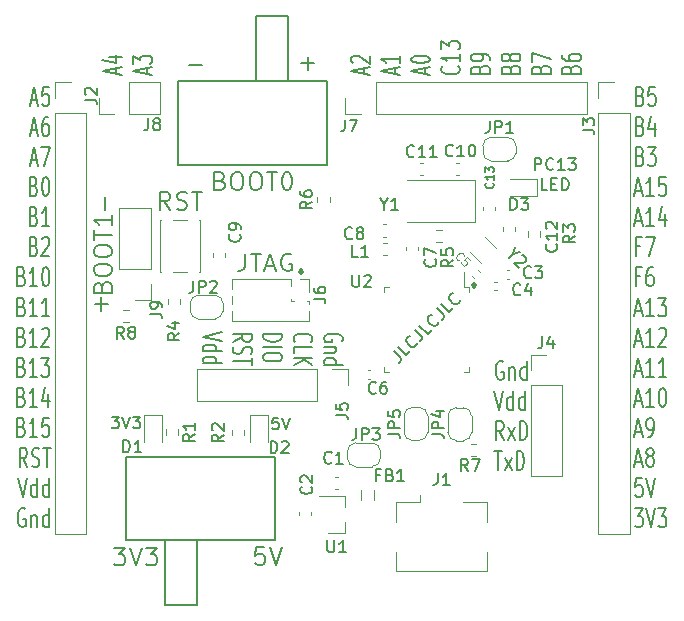
<source format=gbr>
%TF.GenerationSoftware,KiCad,Pcbnew,(5.1.8)-1*%
%TF.CreationDate,2021-06-10T03:31:17+02:00*%
%TF.ProjectId,GD32F190-dev-brd,47443332-4631-4393-902d-6465762d6272,rev?*%
%TF.SameCoordinates,Original*%
%TF.FileFunction,Legend,Top*%
%TF.FilePolarity,Positive*%
%FSLAX46Y46*%
G04 Gerber Fmt 4.6, Leading zero omitted, Abs format (unit mm)*
G04 Created by KiCad (PCBNEW (5.1.8)-1) date 2021-06-10 03:31:17*
%MOMM*%
%LPD*%
G01*
G04 APERTURE LIST*
%ADD10C,0.300000*%
%ADD11C,0.200000*%
%ADD12C,0.150000*%
%ADD13C,0.120000*%
%ADD14C,0.100000*%
G04 APERTURE END LIST*
D10*
X134130000Y-115784285D02*
X134225238Y-115879523D01*
X134130000Y-115974761D01*
X134034761Y-115879523D01*
X134130000Y-115784285D01*
X134130000Y-115974761D01*
X119490000Y-114604285D02*
X119585238Y-114699523D01*
X119490000Y-114794761D01*
X119394761Y-114699523D01*
X119490000Y-114604285D01*
X119490000Y-114794761D01*
D11*
X117589523Y-127072380D02*
X117113333Y-127072380D01*
X117065714Y-127548571D01*
X117113333Y-127500952D01*
X117208571Y-127453333D01*
X117446666Y-127453333D01*
X117541904Y-127500952D01*
X117589523Y-127548571D01*
X117637142Y-127643809D01*
X117637142Y-127881904D01*
X117589523Y-127977142D01*
X117541904Y-128024761D01*
X117446666Y-128072380D01*
X117208571Y-128072380D01*
X117113333Y-128024761D01*
X117065714Y-127977142D01*
X117922857Y-127072380D02*
X118256190Y-128072380D01*
X118589523Y-127072380D01*
X103461904Y-126982380D02*
X104080952Y-126982380D01*
X103747619Y-127363333D01*
X103890476Y-127363333D01*
X103985714Y-127410952D01*
X104033333Y-127458571D01*
X104080952Y-127553809D01*
X104080952Y-127791904D01*
X104033333Y-127887142D01*
X103985714Y-127934761D01*
X103890476Y-127982380D01*
X103604761Y-127982380D01*
X103509523Y-127934761D01*
X103461904Y-127887142D01*
X104366666Y-126982380D02*
X104700000Y-127982380D01*
X105033333Y-126982380D01*
X105271428Y-126982380D02*
X105890476Y-126982380D01*
X105557142Y-127363333D01*
X105700000Y-127363333D01*
X105795238Y-127410952D01*
X105842857Y-127458571D01*
X105890476Y-127553809D01*
X105890476Y-127791904D01*
X105842857Y-127887142D01*
X105795238Y-127934761D01*
X105700000Y-127982380D01*
X105414285Y-127982380D01*
X105319047Y-127934761D01*
X105271428Y-127887142D01*
D12*
X136605595Y-122345000D02*
X136500833Y-122268809D01*
X136343690Y-122268809D01*
X136186547Y-122345000D01*
X136081785Y-122497380D01*
X136029404Y-122649761D01*
X135977023Y-122954523D01*
X135977023Y-123183095D01*
X136029404Y-123487857D01*
X136081785Y-123640238D01*
X136186547Y-123792619D01*
X136343690Y-123868809D01*
X136448452Y-123868809D01*
X136605595Y-123792619D01*
X136657976Y-123716428D01*
X136657976Y-123183095D01*
X136448452Y-123183095D01*
X137129404Y-122802142D02*
X137129404Y-123868809D01*
X137129404Y-122954523D02*
X137181785Y-122878333D01*
X137286547Y-122802142D01*
X137443690Y-122802142D01*
X137548452Y-122878333D01*
X137600833Y-123030714D01*
X137600833Y-123868809D01*
X138596071Y-123868809D02*
X138596071Y-122268809D01*
X138596071Y-123792619D02*
X138491309Y-123868809D01*
X138281785Y-123868809D01*
X138177023Y-123792619D01*
X138124642Y-123716428D01*
X138072261Y-123564047D01*
X138072261Y-123106904D01*
X138124642Y-122954523D01*
X138177023Y-122878333D01*
X138281785Y-122802142D01*
X138491309Y-122802142D01*
X138596071Y-122878333D01*
X135872261Y-124818809D02*
X136238928Y-126418809D01*
X136605595Y-124818809D01*
X137443690Y-126418809D02*
X137443690Y-124818809D01*
X137443690Y-126342619D02*
X137338928Y-126418809D01*
X137129404Y-126418809D01*
X137024642Y-126342619D01*
X136972261Y-126266428D01*
X136919880Y-126114047D01*
X136919880Y-125656904D01*
X136972261Y-125504523D01*
X137024642Y-125428333D01*
X137129404Y-125352142D01*
X137338928Y-125352142D01*
X137443690Y-125428333D01*
X138438928Y-126418809D02*
X138438928Y-124818809D01*
X138438928Y-126342619D02*
X138334166Y-126418809D01*
X138124642Y-126418809D01*
X138019880Y-126342619D01*
X137967500Y-126266428D01*
X137915119Y-126114047D01*
X137915119Y-125656904D01*
X137967500Y-125504523D01*
X138019880Y-125428333D01*
X138124642Y-125352142D01*
X138334166Y-125352142D01*
X138438928Y-125428333D01*
X136657976Y-128968809D02*
X136291309Y-128206904D01*
X136029404Y-128968809D02*
X136029404Y-127368809D01*
X136448452Y-127368809D01*
X136553214Y-127445000D01*
X136605595Y-127521190D01*
X136657976Y-127673571D01*
X136657976Y-127902142D01*
X136605595Y-128054523D01*
X136553214Y-128130714D01*
X136448452Y-128206904D01*
X136029404Y-128206904D01*
X137024642Y-128968809D02*
X137600833Y-127902142D01*
X137024642Y-127902142D02*
X137600833Y-128968809D01*
X138019880Y-128968809D02*
X138019880Y-127368809D01*
X138281785Y-127368809D01*
X138438928Y-127445000D01*
X138543690Y-127597380D01*
X138596071Y-127749761D01*
X138648452Y-128054523D01*
X138648452Y-128283095D01*
X138596071Y-128587857D01*
X138543690Y-128740238D01*
X138438928Y-128892619D01*
X138281785Y-128968809D01*
X138019880Y-128968809D01*
X135872261Y-129918809D02*
X136500833Y-129918809D01*
X136186547Y-131518809D02*
X136186547Y-129918809D01*
X136762738Y-131518809D02*
X137338928Y-130452142D01*
X136762738Y-130452142D02*
X137338928Y-131518809D01*
X137757976Y-131518809D02*
X137757976Y-129918809D01*
X138019880Y-129918809D01*
X138177023Y-129995000D01*
X138281785Y-130147380D01*
X138334166Y-130299761D01*
X138386547Y-130604523D01*
X138386547Y-130833095D01*
X138334166Y-131137857D01*
X138281785Y-131290238D01*
X138177023Y-131442619D01*
X138019880Y-131518809D01*
X137757976Y-131518809D01*
X122940000Y-120585595D02*
X123016190Y-120480833D01*
X123016190Y-120323690D01*
X122940000Y-120166547D01*
X122787619Y-120061785D01*
X122635238Y-120009404D01*
X122330476Y-119957023D01*
X122101904Y-119957023D01*
X121797142Y-120009404D01*
X121644761Y-120061785D01*
X121492380Y-120166547D01*
X121416190Y-120323690D01*
X121416190Y-120428452D01*
X121492380Y-120585595D01*
X121568571Y-120637976D01*
X122101904Y-120637976D01*
X122101904Y-120428452D01*
X122482857Y-121109404D02*
X121416190Y-121109404D01*
X122330476Y-121109404D02*
X122406666Y-121161785D01*
X122482857Y-121266547D01*
X122482857Y-121423690D01*
X122406666Y-121528452D01*
X122254285Y-121580833D01*
X121416190Y-121580833D01*
X121416190Y-122576071D02*
X123016190Y-122576071D01*
X121492380Y-122576071D02*
X121416190Y-122471309D01*
X121416190Y-122261785D01*
X121492380Y-122157023D01*
X121568571Y-122104642D01*
X121720952Y-122052261D01*
X122178095Y-122052261D01*
X122330476Y-122104642D01*
X122406666Y-122157023D01*
X122482857Y-122261785D01*
X122482857Y-122471309D01*
X122406666Y-122576071D01*
X119018571Y-120637976D02*
X118942380Y-120585595D01*
X118866190Y-120428452D01*
X118866190Y-120323690D01*
X118942380Y-120166547D01*
X119094761Y-120061785D01*
X119247142Y-120009404D01*
X119551904Y-119957023D01*
X119780476Y-119957023D01*
X120085238Y-120009404D01*
X120237619Y-120061785D01*
X120390000Y-120166547D01*
X120466190Y-120323690D01*
X120466190Y-120428452D01*
X120390000Y-120585595D01*
X120313809Y-120637976D01*
X118866190Y-121633214D02*
X118866190Y-121109404D01*
X120466190Y-121109404D01*
X118866190Y-121999880D02*
X120466190Y-121999880D01*
X118866190Y-122628452D02*
X119780476Y-122157023D01*
X120466190Y-122628452D02*
X119551904Y-121999880D01*
X116316190Y-120009404D02*
X117916190Y-120009404D01*
X117916190Y-120271309D01*
X117840000Y-120428452D01*
X117687619Y-120533214D01*
X117535238Y-120585595D01*
X117230476Y-120637976D01*
X117001904Y-120637976D01*
X116697142Y-120585595D01*
X116544761Y-120533214D01*
X116392380Y-120428452D01*
X116316190Y-120271309D01*
X116316190Y-120009404D01*
X116316190Y-121109404D02*
X117916190Y-121109404D01*
X117916190Y-121842738D02*
X117916190Y-122052261D01*
X117840000Y-122157023D01*
X117687619Y-122261785D01*
X117382857Y-122314166D01*
X116849523Y-122314166D01*
X116544761Y-122261785D01*
X116392380Y-122157023D01*
X116316190Y-122052261D01*
X116316190Y-121842738D01*
X116392380Y-121737976D01*
X116544761Y-121633214D01*
X116849523Y-121580833D01*
X117382857Y-121580833D01*
X117687619Y-121633214D01*
X117840000Y-121737976D01*
X117916190Y-121842738D01*
X113766190Y-120637976D02*
X114528095Y-120271309D01*
X113766190Y-120009404D02*
X115366190Y-120009404D01*
X115366190Y-120428452D01*
X115290000Y-120533214D01*
X115213809Y-120585595D01*
X115061428Y-120637976D01*
X114832857Y-120637976D01*
X114680476Y-120585595D01*
X114604285Y-120533214D01*
X114528095Y-120428452D01*
X114528095Y-120009404D01*
X113842380Y-121057023D02*
X113766190Y-121214166D01*
X113766190Y-121476071D01*
X113842380Y-121580833D01*
X113918571Y-121633214D01*
X114070952Y-121685595D01*
X114223333Y-121685595D01*
X114375714Y-121633214D01*
X114451904Y-121580833D01*
X114528095Y-121476071D01*
X114604285Y-121266547D01*
X114680476Y-121161785D01*
X114756666Y-121109404D01*
X114909047Y-121057023D01*
X115061428Y-121057023D01*
X115213809Y-121109404D01*
X115290000Y-121161785D01*
X115366190Y-121266547D01*
X115366190Y-121528452D01*
X115290000Y-121685595D01*
X115366190Y-121999880D02*
X115366190Y-122628452D01*
X113766190Y-122314166D02*
X115366190Y-122314166D01*
X112816190Y-119852261D02*
X111216190Y-120218928D01*
X112816190Y-120585595D01*
X111216190Y-121423690D02*
X112816190Y-121423690D01*
X111292380Y-121423690D02*
X111216190Y-121318928D01*
X111216190Y-121109404D01*
X111292380Y-121004642D01*
X111368571Y-120952261D01*
X111520952Y-120899880D01*
X111978095Y-120899880D01*
X112130476Y-120952261D01*
X112206666Y-121004642D01*
X112282857Y-121109404D01*
X112282857Y-121318928D01*
X112206666Y-121423690D01*
X111216190Y-122418928D02*
X112816190Y-122418928D01*
X111292380Y-122418928D02*
X111216190Y-122314166D01*
X111216190Y-122104642D01*
X111292380Y-121999880D01*
X111368571Y-121947500D01*
X111520952Y-121895119D01*
X111978095Y-121895119D01*
X112130476Y-121947500D01*
X112206666Y-121999880D01*
X112282857Y-122104642D01*
X112282857Y-122314166D01*
X112206666Y-122418928D01*
X124871666Y-97992976D02*
X124871666Y-97469166D01*
X125328809Y-98097738D02*
X123728809Y-97731071D01*
X125328809Y-97364404D01*
X123881190Y-97050119D02*
X123805000Y-96997738D01*
X123728809Y-96892976D01*
X123728809Y-96631071D01*
X123805000Y-96526309D01*
X123881190Y-96473928D01*
X124033571Y-96421547D01*
X124185952Y-96421547D01*
X124414523Y-96473928D01*
X125328809Y-97102500D01*
X125328809Y-96421547D01*
X127421666Y-97992976D02*
X127421666Y-97469166D01*
X127878809Y-98097738D02*
X126278809Y-97731071D01*
X127878809Y-97364404D01*
X127878809Y-96421547D02*
X127878809Y-97050119D01*
X127878809Y-96735833D02*
X126278809Y-96735833D01*
X126507380Y-96840595D01*
X126659761Y-96945357D01*
X126735952Y-97050119D01*
X129971666Y-97992976D02*
X129971666Y-97469166D01*
X130428809Y-98097738D02*
X128828809Y-97731071D01*
X130428809Y-97364404D01*
X128828809Y-96788214D02*
X128828809Y-96683452D01*
X128905000Y-96578690D01*
X128981190Y-96526309D01*
X129133571Y-96473928D01*
X129438333Y-96421547D01*
X129819285Y-96421547D01*
X130124047Y-96473928D01*
X130276428Y-96526309D01*
X130352619Y-96578690D01*
X130428809Y-96683452D01*
X130428809Y-96788214D01*
X130352619Y-96892976D01*
X130276428Y-96945357D01*
X130124047Y-96997738D01*
X129819285Y-97050119D01*
X129438333Y-97050119D01*
X129133571Y-96997738D01*
X128981190Y-96945357D01*
X128905000Y-96892976D01*
X128828809Y-96788214D01*
X132826428Y-97312023D02*
X132902619Y-97364404D01*
X132978809Y-97521547D01*
X132978809Y-97626309D01*
X132902619Y-97783452D01*
X132750238Y-97888214D01*
X132597857Y-97940595D01*
X132293095Y-97992976D01*
X132064523Y-97992976D01*
X131759761Y-97940595D01*
X131607380Y-97888214D01*
X131455000Y-97783452D01*
X131378809Y-97626309D01*
X131378809Y-97521547D01*
X131455000Y-97364404D01*
X131531190Y-97312023D01*
X132978809Y-96264404D02*
X132978809Y-96892976D01*
X132978809Y-96578690D02*
X131378809Y-96578690D01*
X131607380Y-96683452D01*
X131759761Y-96788214D01*
X131835952Y-96892976D01*
X131378809Y-95897738D02*
X131378809Y-95216785D01*
X131988333Y-95583452D01*
X131988333Y-95426309D01*
X132064523Y-95321547D01*
X132140714Y-95269166D01*
X132293095Y-95216785D01*
X132674047Y-95216785D01*
X132826428Y-95269166D01*
X132902619Y-95321547D01*
X132978809Y-95426309D01*
X132978809Y-95740595D01*
X132902619Y-95845357D01*
X132826428Y-95897738D01*
X134690714Y-97573928D02*
X134766904Y-97416785D01*
X134843095Y-97364404D01*
X134995476Y-97312023D01*
X135224047Y-97312023D01*
X135376428Y-97364404D01*
X135452619Y-97416785D01*
X135528809Y-97521547D01*
X135528809Y-97940595D01*
X133928809Y-97940595D01*
X133928809Y-97573928D01*
X134005000Y-97469166D01*
X134081190Y-97416785D01*
X134233571Y-97364404D01*
X134385952Y-97364404D01*
X134538333Y-97416785D01*
X134614523Y-97469166D01*
X134690714Y-97573928D01*
X134690714Y-97940595D01*
X135528809Y-96788214D02*
X135528809Y-96578690D01*
X135452619Y-96473928D01*
X135376428Y-96421547D01*
X135147857Y-96316785D01*
X134843095Y-96264404D01*
X134233571Y-96264404D01*
X134081190Y-96316785D01*
X134005000Y-96369166D01*
X133928809Y-96473928D01*
X133928809Y-96683452D01*
X134005000Y-96788214D01*
X134081190Y-96840595D01*
X134233571Y-96892976D01*
X134614523Y-96892976D01*
X134766904Y-96840595D01*
X134843095Y-96788214D01*
X134919285Y-96683452D01*
X134919285Y-96473928D01*
X134843095Y-96369166D01*
X134766904Y-96316785D01*
X134614523Y-96264404D01*
X137240714Y-97573928D02*
X137316904Y-97416785D01*
X137393095Y-97364404D01*
X137545476Y-97312023D01*
X137774047Y-97312023D01*
X137926428Y-97364404D01*
X138002619Y-97416785D01*
X138078809Y-97521547D01*
X138078809Y-97940595D01*
X136478809Y-97940595D01*
X136478809Y-97573928D01*
X136555000Y-97469166D01*
X136631190Y-97416785D01*
X136783571Y-97364404D01*
X136935952Y-97364404D01*
X137088333Y-97416785D01*
X137164523Y-97469166D01*
X137240714Y-97573928D01*
X137240714Y-97940595D01*
X137164523Y-96683452D02*
X137088333Y-96788214D01*
X137012142Y-96840595D01*
X136859761Y-96892976D01*
X136783571Y-96892976D01*
X136631190Y-96840595D01*
X136555000Y-96788214D01*
X136478809Y-96683452D01*
X136478809Y-96473928D01*
X136555000Y-96369166D01*
X136631190Y-96316785D01*
X136783571Y-96264404D01*
X136859761Y-96264404D01*
X137012142Y-96316785D01*
X137088333Y-96369166D01*
X137164523Y-96473928D01*
X137164523Y-96683452D01*
X137240714Y-96788214D01*
X137316904Y-96840595D01*
X137469285Y-96892976D01*
X137774047Y-96892976D01*
X137926428Y-96840595D01*
X138002619Y-96788214D01*
X138078809Y-96683452D01*
X138078809Y-96473928D01*
X138002619Y-96369166D01*
X137926428Y-96316785D01*
X137774047Y-96264404D01*
X137469285Y-96264404D01*
X137316904Y-96316785D01*
X137240714Y-96369166D01*
X137164523Y-96473928D01*
X139790714Y-97573928D02*
X139866904Y-97416785D01*
X139943095Y-97364404D01*
X140095476Y-97312023D01*
X140324047Y-97312023D01*
X140476428Y-97364404D01*
X140552619Y-97416785D01*
X140628809Y-97521547D01*
X140628809Y-97940595D01*
X139028809Y-97940595D01*
X139028809Y-97573928D01*
X139105000Y-97469166D01*
X139181190Y-97416785D01*
X139333571Y-97364404D01*
X139485952Y-97364404D01*
X139638333Y-97416785D01*
X139714523Y-97469166D01*
X139790714Y-97573928D01*
X139790714Y-97940595D01*
X139028809Y-96945357D02*
X139028809Y-96212023D01*
X140628809Y-96683452D01*
X142340714Y-97573928D02*
X142416904Y-97416785D01*
X142493095Y-97364404D01*
X142645476Y-97312023D01*
X142874047Y-97312023D01*
X143026428Y-97364404D01*
X143102619Y-97416785D01*
X143178809Y-97521547D01*
X143178809Y-97940595D01*
X141578809Y-97940595D01*
X141578809Y-97573928D01*
X141655000Y-97469166D01*
X141731190Y-97416785D01*
X141883571Y-97364404D01*
X142035952Y-97364404D01*
X142188333Y-97416785D01*
X142264523Y-97469166D01*
X142340714Y-97573928D01*
X142340714Y-97940595D01*
X141578809Y-96369166D02*
X141578809Y-96578690D01*
X141655000Y-96683452D01*
X141731190Y-96735833D01*
X141959761Y-96840595D01*
X142264523Y-96892976D01*
X142874047Y-96892976D01*
X143026428Y-96840595D01*
X143102619Y-96788214D01*
X143178809Y-96683452D01*
X143178809Y-96473928D01*
X143102619Y-96369166D01*
X143026428Y-96316785D01*
X142874047Y-96264404D01*
X142493095Y-96264404D01*
X142340714Y-96316785D01*
X142264523Y-96369166D01*
X142188333Y-96473928D01*
X142188333Y-96683452D01*
X142264523Y-96788214D01*
X142340714Y-96840595D01*
X142493095Y-96892976D01*
X103871666Y-97992976D02*
X103871666Y-97469166D01*
X104328809Y-98097738D02*
X102728809Y-97731071D01*
X104328809Y-97364404D01*
X103262142Y-96526309D02*
X104328809Y-96526309D01*
X102652619Y-96788214D02*
X103795476Y-97050119D01*
X103795476Y-96369166D01*
X106421666Y-97992976D02*
X106421666Y-97469166D01*
X106878809Y-98097738D02*
X105278809Y-97731071D01*
X106878809Y-97364404D01*
X105278809Y-97102500D02*
X105278809Y-96421547D01*
X105888333Y-96788214D01*
X105888333Y-96631071D01*
X105964523Y-96526309D01*
X106040714Y-96473928D01*
X106193095Y-96421547D01*
X106574047Y-96421547D01*
X106726428Y-96473928D01*
X106802619Y-96526309D01*
X106878809Y-96631071D01*
X106878809Y-96945357D01*
X106802619Y-97050119D01*
X106726428Y-97102500D01*
X96621547Y-100196666D02*
X97145357Y-100196666D01*
X96516785Y-100653809D02*
X96883452Y-99053809D01*
X97250119Y-100653809D01*
X98140595Y-99053809D02*
X97616785Y-99053809D01*
X97564404Y-99815714D01*
X97616785Y-99739523D01*
X97721547Y-99663333D01*
X97983452Y-99663333D01*
X98088214Y-99739523D01*
X98140595Y-99815714D01*
X98192976Y-99968095D01*
X98192976Y-100349047D01*
X98140595Y-100501428D01*
X98088214Y-100577619D01*
X97983452Y-100653809D01*
X97721547Y-100653809D01*
X97616785Y-100577619D01*
X97564404Y-100501428D01*
X96621547Y-102746666D02*
X97145357Y-102746666D01*
X96516785Y-103203809D02*
X96883452Y-101603809D01*
X97250119Y-103203809D01*
X98088214Y-101603809D02*
X97878690Y-101603809D01*
X97773928Y-101680000D01*
X97721547Y-101756190D01*
X97616785Y-101984761D01*
X97564404Y-102289523D01*
X97564404Y-102899047D01*
X97616785Y-103051428D01*
X97669166Y-103127619D01*
X97773928Y-103203809D01*
X97983452Y-103203809D01*
X98088214Y-103127619D01*
X98140595Y-103051428D01*
X98192976Y-102899047D01*
X98192976Y-102518095D01*
X98140595Y-102365714D01*
X98088214Y-102289523D01*
X97983452Y-102213333D01*
X97773928Y-102213333D01*
X97669166Y-102289523D01*
X97616785Y-102365714D01*
X97564404Y-102518095D01*
X96621547Y-105296666D02*
X97145357Y-105296666D01*
X96516785Y-105753809D02*
X96883452Y-104153809D01*
X97250119Y-105753809D01*
X97512023Y-104153809D02*
X98245357Y-104153809D01*
X97773928Y-105753809D01*
X96883452Y-107465714D02*
X97040595Y-107541904D01*
X97092976Y-107618095D01*
X97145357Y-107770476D01*
X97145357Y-107999047D01*
X97092976Y-108151428D01*
X97040595Y-108227619D01*
X96935833Y-108303809D01*
X96516785Y-108303809D01*
X96516785Y-106703809D01*
X96883452Y-106703809D01*
X96988214Y-106780000D01*
X97040595Y-106856190D01*
X97092976Y-107008571D01*
X97092976Y-107160952D01*
X97040595Y-107313333D01*
X96988214Y-107389523D01*
X96883452Y-107465714D01*
X96516785Y-107465714D01*
X97826309Y-106703809D02*
X97931071Y-106703809D01*
X98035833Y-106780000D01*
X98088214Y-106856190D01*
X98140595Y-107008571D01*
X98192976Y-107313333D01*
X98192976Y-107694285D01*
X98140595Y-107999047D01*
X98088214Y-108151428D01*
X98035833Y-108227619D01*
X97931071Y-108303809D01*
X97826309Y-108303809D01*
X97721547Y-108227619D01*
X97669166Y-108151428D01*
X97616785Y-107999047D01*
X97564404Y-107694285D01*
X97564404Y-107313333D01*
X97616785Y-107008571D01*
X97669166Y-106856190D01*
X97721547Y-106780000D01*
X97826309Y-106703809D01*
X96883452Y-110015714D02*
X97040595Y-110091904D01*
X97092976Y-110168095D01*
X97145357Y-110320476D01*
X97145357Y-110549047D01*
X97092976Y-110701428D01*
X97040595Y-110777619D01*
X96935833Y-110853809D01*
X96516785Y-110853809D01*
X96516785Y-109253809D01*
X96883452Y-109253809D01*
X96988214Y-109330000D01*
X97040595Y-109406190D01*
X97092976Y-109558571D01*
X97092976Y-109710952D01*
X97040595Y-109863333D01*
X96988214Y-109939523D01*
X96883452Y-110015714D01*
X96516785Y-110015714D01*
X98192976Y-110853809D02*
X97564404Y-110853809D01*
X97878690Y-110853809D02*
X97878690Y-109253809D01*
X97773928Y-109482380D01*
X97669166Y-109634761D01*
X97564404Y-109710952D01*
X96883452Y-112565714D02*
X97040595Y-112641904D01*
X97092976Y-112718095D01*
X97145357Y-112870476D01*
X97145357Y-113099047D01*
X97092976Y-113251428D01*
X97040595Y-113327619D01*
X96935833Y-113403809D01*
X96516785Y-113403809D01*
X96516785Y-111803809D01*
X96883452Y-111803809D01*
X96988214Y-111880000D01*
X97040595Y-111956190D01*
X97092976Y-112108571D01*
X97092976Y-112260952D01*
X97040595Y-112413333D01*
X96988214Y-112489523D01*
X96883452Y-112565714D01*
X96516785Y-112565714D01*
X97564404Y-111956190D02*
X97616785Y-111880000D01*
X97721547Y-111803809D01*
X97983452Y-111803809D01*
X98088214Y-111880000D01*
X98140595Y-111956190D01*
X98192976Y-112108571D01*
X98192976Y-112260952D01*
X98140595Y-112489523D01*
X97512023Y-113403809D01*
X98192976Y-113403809D01*
X95835833Y-115115714D02*
X95992976Y-115191904D01*
X96045357Y-115268095D01*
X96097738Y-115420476D01*
X96097738Y-115649047D01*
X96045357Y-115801428D01*
X95992976Y-115877619D01*
X95888214Y-115953809D01*
X95469166Y-115953809D01*
X95469166Y-114353809D01*
X95835833Y-114353809D01*
X95940595Y-114430000D01*
X95992976Y-114506190D01*
X96045357Y-114658571D01*
X96045357Y-114810952D01*
X95992976Y-114963333D01*
X95940595Y-115039523D01*
X95835833Y-115115714D01*
X95469166Y-115115714D01*
X97145357Y-115953809D02*
X96516785Y-115953809D01*
X96831071Y-115953809D02*
X96831071Y-114353809D01*
X96726309Y-114582380D01*
X96621547Y-114734761D01*
X96516785Y-114810952D01*
X97826309Y-114353809D02*
X97931071Y-114353809D01*
X98035833Y-114430000D01*
X98088214Y-114506190D01*
X98140595Y-114658571D01*
X98192976Y-114963333D01*
X98192976Y-115344285D01*
X98140595Y-115649047D01*
X98088214Y-115801428D01*
X98035833Y-115877619D01*
X97931071Y-115953809D01*
X97826309Y-115953809D01*
X97721547Y-115877619D01*
X97669166Y-115801428D01*
X97616785Y-115649047D01*
X97564404Y-115344285D01*
X97564404Y-114963333D01*
X97616785Y-114658571D01*
X97669166Y-114506190D01*
X97721547Y-114430000D01*
X97826309Y-114353809D01*
X95835833Y-117665714D02*
X95992976Y-117741904D01*
X96045357Y-117818095D01*
X96097738Y-117970476D01*
X96097738Y-118199047D01*
X96045357Y-118351428D01*
X95992976Y-118427619D01*
X95888214Y-118503809D01*
X95469166Y-118503809D01*
X95469166Y-116903809D01*
X95835833Y-116903809D01*
X95940595Y-116980000D01*
X95992976Y-117056190D01*
X96045357Y-117208571D01*
X96045357Y-117360952D01*
X95992976Y-117513333D01*
X95940595Y-117589523D01*
X95835833Y-117665714D01*
X95469166Y-117665714D01*
X97145357Y-118503809D02*
X96516785Y-118503809D01*
X96831071Y-118503809D02*
X96831071Y-116903809D01*
X96726309Y-117132380D01*
X96621547Y-117284761D01*
X96516785Y-117360952D01*
X98192976Y-118503809D02*
X97564404Y-118503809D01*
X97878690Y-118503809D02*
X97878690Y-116903809D01*
X97773928Y-117132380D01*
X97669166Y-117284761D01*
X97564404Y-117360952D01*
X95835833Y-120215714D02*
X95992976Y-120291904D01*
X96045357Y-120368095D01*
X96097738Y-120520476D01*
X96097738Y-120749047D01*
X96045357Y-120901428D01*
X95992976Y-120977619D01*
X95888214Y-121053809D01*
X95469166Y-121053809D01*
X95469166Y-119453809D01*
X95835833Y-119453809D01*
X95940595Y-119530000D01*
X95992976Y-119606190D01*
X96045357Y-119758571D01*
X96045357Y-119910952D01*
X95992976Y-120063333D01*
X95940595Y-120139523D01*
X95835833Y-120215714D01*
X95469166Y-120215714D01*
X97145357Y-121053809D02*
X96516785Y-121053809D01*
X96831071Y-121053809D02*
X96831071Y-119453809D01*
X96726309Y-119682380D01*
X96621547Y-119834761D01*
X96516785Y-119910952D01*
X97564404Y-119606190D02*
X97616785Y-119530000D01*
X97721547Y-119453809D01*
X97983452Y-119453809D01*
X98088214Y-119530000D01*
X98140595Y-119606190D01*
X98192976Y-119758571D01*
X98192976Y-119910952D01*
X98140595Y-120139523D01*
X97512023Y-121053809D01*
X98192976Y-121053809D01*
X95835833Y-122765714D02*
X95992976Y-122841904D01*
X96045357Y-122918095D01*
X96097738Y-123070476D01*
X96097738Y-123299047D01*
X96045357Y-123451428D01*
X95992976Y-123527619D01*
X95888214Y-123603809D01*
X95469166Y-123603809D01*
X95469166Y-122003809D01*
X95835833Y-122003809D01*
X95940595Y-122080000D01*
X95992976Y-122156190D01*
X96045357Y-122308571D01*
X96045357Y-122460952D01*
X95992976Y-122613333D01*
X95940595Y-122689523D01*
X95835833Y-122765714D01*
X95469166Y-122765714D01*
X97145357Y-123603809D02*
X96516785Y-123603809D01*
X96831071Y-123603809D02*
X96831071Y-122003809D01*
X96726309Y-122232380D01*
X96621547Y-122384761D01*
X96516785Y-122460952D01*
X97512023Y-122003809D02*
X98192976Y-122003809D01*
X97826309Y-122613333D01*
X97983452Y-122613333D01*
X98088214Y-122689523D01*
X98140595Y-122765714D01*
X98192976Y-122918095D01*
X98192976Y-123299047D01*
X98140595Y-123451428D01*
X98088214Y-123527619D01*
X97983452Y-123603809D01*
X97669166Y-123603809D01*
X97564404Y-123527619D01*
X97512023Y-123451428D01*
X95835833Y-125315714D02*
X95992976Y-125391904D01*
X96045357Y-125468095D01*
X96097738Y-125620476D01*
X96097738Y-125849047D01*
X96045357Y-126001428D01*
X95992976Y-126077619D01*
X95888214Y-126153809D01*
X95469166Y-126153809D01*
X95469166Y-124553809D01*
X95835833Y-124553809D01*
X95940595Y-124630000D01*
X95992976Y-124706190D01*
X96045357Y-124858571D01*
X96045357Y-125010952D01*
X95992976Y-125163333D01*
X95940595Y-125239523D01*
X95835833Y-125315714D01*
X95469166Y-125315714D01*
X97145357Y-126153809D02*
X96516785Y-126153809D01*
X96831071Y-126153809D02*
X96831071Y-124553809D01*
X96726309Y-124782380D01*
X96621547Y-124934761D01*
X96516785Y-125010952D01*
X98088214Y-125087142D02*
X98088214Y-126153809D01*
X97826309Y-124477619D02*
X97564404Y-125620476D01*
X98245357Y-125620476D01*
X95835833Y-127865714D02*
X95992976Y-127941904D01*
X96045357Y-128018095D01*
X96097738Y-128170476D01*
X96097738Y-128399047D01*
X96045357Y-128551428D01*
X95992976Y-128627619D01*
X95888214Y-128703809D01*
X95469166Y-128703809D01*
X95469166Y-127103809D01*
X95835833Y-127103809D01*
X95940595Y-127180000D01*
X95992976Y-127256190D01*
X96045357Y-127408571D01*
X96045357Y-127560952D01*
X95992976Y-127713333D01*
X95940595Y-127789523D01*
X95835833Y-127865714D01*
X95469166Y-127865714D01*
X97145357Y-128703809D02*
X96516785Y-128703809D01*
X96831071Y-128703809D02*
X96831071Y-127103809D01*
X96726309Y-127332380D01*
X96621547Y-127484761D01*
X96516785Y-127560952D01*
X98140595Y-127103809D02*
X97616785Y-127103809D01*
X97564404Y-127865714D01*
X97616785Y-127789523D01*
X97721547Y-127713333D01*
X97983452Y-127713333D01*
X98088214Y-127789523D01*
X98140595Y-127865714D01*
X98192976Y-128018095D01*
X98192976Y-128399047D01*
X98140595Y-128551428D01*
X98088214Y-128627619D01*
X97983452Y-128703809D01*
X97721547Y-128703809D01*
X97616785Y-128627619D01*
X97564404Y-128551428D01*
X96307261Y-131253809D02*
X95940595Y-130491904D01*
X95678690Y-131253809D02*
X95678690Y-129653809D01*
X96097738Y-129653809D01*
X96202500Y-129730000D01*
X96254880Y-129806190D01*
X96307261Y-129958571D01*
X96307261Y-130187142D01*
X96254880Y-130339523D01*
X96202500Y-130415714D01*
X96097738Y-130491904D01*
X95678690Y-130491904D01*
X96726309Y-131177619D02*
X96883452Y-131253809D01*
X97145357Y-131253809D01*
X97250119Y-131177619D01*
X97302500Y-131101428D01*
X97354880Y-130949047D01*
X97354880Y-130796666D01*
X97302500Y-130644285D01*
X97250119Y-130568095D01*
X97145357Y-130491904D01*
X96935833Y-130415714D01*
X96831071Y-130339523D01*
X96778690Y-130263333D01*
X96726309Y-130110952D01*
X96726309Y-129958571D01*
X96778690Y-129806190D01*
X96831071Y-129730000D01*
X96935833Y-129653809D01*
X97197738Y-129653809D01*
X97354880Y-129730000D01*
X97669166Y-129653809D02*
X98297738Y-129653809D01*
X97983452Y-131253809D02*
X97983452Y-129653809D01*
X95573928Y-132203809D02*
X95940595Y-133803809D01*
X96307261Y-132203809D01*
X97145357Y-133803809D02*
X97145357Y-132203809D01*
X97145357Y-133727619D02*
X97040595Y-133803809D01*
X96831071Y-133803809D01*
X96726309Y-133727619D01*
X96673928Y-133651428D01*
X96621547Y-133499047D01*
X96621547Y-133041904D01*
X96673928Y-132889523D01*
X96726309Y-132813333D01*
X96831071Y-132737142D01*
X97040595Y-132737142D01*
X97145357Y-132813333D01*
X98140595Y-133803809D02*
X98140595Y-132203809D01*
X98140595Y-133727619D02*
X98035833Y-133803809D01*
X97826309Y-133803809D01*
X97721547Y-133727619D01*
X97669166Y-133651428D01*
X97616785Y-133499047D01*
X97616785Y-133041904D01*
X97669166Y-132889523D01*
X97721547Y-132813333D01*
X97826309Y-132737142D01*
X98035833Y-132737142D01*
X98140595Y-132813333D01*
X96150119Y-134830000D02*
X96045357Y-134753809D01*
X95888214Y-134753809D01*
X95731071Y-134830000D01*
X95626309Y-134982380D01*
X95573928Y-135134761D01*
X95521547Y-135439523D01*
X95521547Y-135668095D01*
X95573928Y-135972857D01*
X95626309Y-136125238D01*
X95731071Y-136277619D01*
X95888214Y-136353809D01*
X95992976Y-136353809D01*
X96150119Y-136277619D01*
X96202500Y-136201428D01*
X96202500Y-135668095D01*
X95992976Y-135668095D01*
X96673928Y-135287142D02*
X96673928Y-136353809D01*
X96673928Y-135439523D02*
X96726309Y-135363333D01*
X96831071Y-135287142D01*
X96988214Y-135287142D01*
X97092976Y-135363333D01*
X97145357Y-135515714D01*
X97145357Y-136353809D01*
X98140595Y-136353809D02*
X98140595Y-134753809D01*
X98140595Y-136277619D02*
X98035833Y-136353809D01*
X97826309Y-136353809D01*
X97721547Y-136277619D01*
X97669166Y-136201428D01*
X97616785Y-136049047D01*
X97616785Y-135591904D01*
X97669166Y-135439523D01*
X97721547Y-135363333D01*
X97826309Y-135287142D01*
X98035833Y-135287142D01*
X98140595Y-135363333D01*
X148226071Y-99815714D02*
X148383214Y-99891904D01*
X148435595Y-99968095D01*
X148487976Y-100120476D01*
X148487976Y-100349047D01*
X148435595Y-100501428D01*
X148383214Y-100577619D01*
X148278452Y-100653809D01*
X147859404Y-100653809D01*
X147859404Y-99053809D01*
X148226071Y-99053809D01*
X148330833Y-99130000D01*
X148383214Y-99206190D01*
X148435595Y-99358571D01*
X148435595Y-99510952D01*
X148383214Y-99663333D01*
X148330833Y-99739523D01*
X148226071Y-99815714D01*
X147859404Y-99815714D01*
X149483214Y-99053809D02*
X148959404Y-99053809D01*
X148907023Y-99815714D01*
X148959404Y-99739523D01*
X149064166Y-99663333D01*
X149326071Y-99663333D01*
X149430833Y-99739523D01*
X149483214Y-99815714D01*
X149535595Y-99968095D01*
X149535595Y-100349047D01*
X149483214Y-100501428D01*
X149430833Y-100577619D01*
X149326071Y-100653809D01*
X149064166Y-100653809D01*
X148959404Y-100577619D01*
X148907023Y-100501428D01*
X148226071Y-102365714D02*
X148383214Y-102441904D01*
X148435595Y-102518095D01*
X148487976Y-102670476D01*
X148487976Y-102899047D01*
X148435595Y-103051428D01*
X148383214Y-103127619D01*
X148278452Y-103203809D01*
X147859404Y-103203809D01*
X147859404Y-101603809D01*
X148226071Y-101603809D01*
X148330833Y-101680000D01*
X148383214Y-101756190D01*
X148435595Y-101908571D01*
X148435595Y-102060952D01*
X148383214Y-102213333D01*
X148330833Y-102289523D01*
X148226071Y-102365714D01*
X147859404Y-102365714D01*
X149430833Y-102137142D02*
X149430833Y-103203809D01*
X149168928Y-101527619D02*
X148907023Y-102670476D01*
X149587976Y-102670476D01*
X148226071Y-104915714D02*
X148383214Y-104991904D01*
X148435595Y-105068095D01*
X148487976Y-105220476D01*
X148487976Y-105449047D01*
X148435595Y-105601428D01*
X148383214Y-105677619D01*
X148278452Y-105753809D01*
X147859404Y-105753809D01*
X147859404Y-104153809D01*
X148226071Y-104153809D01*
X148330833Y-104230000D01*
X148383214Y-104306190D01*
X148435595Y-104458571D01*
X148435595Y-104610952D01*
X148383214Y-104763333D01*
X148330833Y-104839523D01*
X148226071Y-104915714D01*
X147859404Y-104915714D01*
X148854642Y-104153809D02*
X149535595Y-104153809D01*
X149168928Y-104763333D01*
X149326071Y-104763333D01*
X149430833Y-104839523D01*
X149483214Y-104915714D01*
X149535595Y-105068095D01*
X149535595Y-105449047D01*
X149483214Y-105601428D01*
X149430833Y-105677619D01*
X149326071Y-105753809D01*
X149011785Y-105753809D01*
X148907023Y-105677619D01*
X148854642Y-105601428D01*
X147807023Y-107846666D02*
X148330833Y-107846666D01*
X147702261Y-108303809D02*
X148068928Y-106703809D01*
X148435595Y-108303809D01*
X149378452Y-108303809D02*
X148749880Y-108303809D01*
X149064166Y-108303809D02*
X149064166Y-106703809D01*
X148959404Y-106932380D01*
X148854642Y-107084761D01*
X148749880Y-107160952D01*
X150373690Y-106703809D02*
X149849880Y-106703809D01*
X149797500Y-107465714D01*
X149849880Y-107389523D01*
X149954642Y-107313333D01*
X150216547Y-107313333D01*
X150321309Y-107389523D01*
X150373690Y-107465714D01*
X150426071Y-107618095D01*
X150426071Y-107999047D01*
X150373690Y-108151428D01*
X150321309Y-108227619D01*
X150216547Y-108303809D01*
X149954642Y-108303809D01*
X149849880Y-108227619D01*
X149797500Y-108151428D01*
X147807023Y-110396666D02*
X148330833Y-110396666D01*
X147702261Y-110853809D02*
X148068928Y-109253809D01*
X148435595Y-110853809D01*
X149378452Y-110853809D02*
X148749880Y-110853809D01*
X149064166Y-110853809D02*
X149064166Y-109253809D01*
X148959404Y-109482380D01*
X148854642Y-109634761D01*
X148749880Y-109710952D01*
X150321309Y-109787142D02*
X150321309Y-110853809D01*
X150059404Y-109177619D02*
X149797500Y-110320476D01*
X150478452Y-110320476D01*
X148226071Y-112565714D02*
X147859404Y-112565714D01*
X147859404Y-113403809D02*
X147859404Y-111803809D01*
X148383214Y-111803809D01*
X148697500Y-111803809D02*
X149430833Y-111803809D01*
X148959404Y-113403809D01*
X148226071Y-115115714D02*
X147859404Y-115115714D01*
X147859404Y-115953809D02*
X147859404Y-114353809D01*
X148383214Y-114353809D01*
X149273690Y-114353809D02*
X149064166Y-114353809D01*
X148959404Y-114430000D01*
X148907023Y-114506190D01*
X148802261Y-114734761D01*
X148749880Y-115039523D01*
X148749880Y-115649047D01*
X148802261Y-115801428D01*
X148854642Y-115877619D01*
X148959404Y-115953809D01*
X149168928Y-115953809D01*
X149273690Y-115877619D01*
X149326071Y-115801428D01*
X149378452Y-115649047D01*
X149378452Y-115268095D01*
X149326071Y-115115714D01*
X149273690Y-115039523D01*
X149168928Y-114963333D01*
X148959404Y-114963333D01*
X148854642Y-115039523D01*
X148802261Y-115115714D01*
X148749880Y-115268095D01*
X147807023Y-118046666D02*
X148330833Y-118046666D01*
X147702261Y-118503809D02*
X148068928Y-116903809D01*
X148435595Y-118503809D01*
X149378452Y-118503809D02*
X148749880Y-118503809D01*
X149064166Y-118503809D02*
X149064166Y-116903809D01*
X148959404Y-117132380D01*
X148854642Y-117284761D01*
X148749880Y-117360952D01*
X149745119Y-116903809D02*
X150426071Y-116903809D01*
X150059404Y-117513333D01*
X150216547Y-117513333D01*
X150321309Y-117589523D01*
X150373690Y-117665714D01*
X150426071Y-117818095D01*
X150426071Y-118199047D01*
X150373690Y-118351428D01*
X150321309Y-118427619D01*
X150216547Y-118503809D01*
X149902261Y-118503809D01*
X149797500Y-118427619D01*
X149745119Y-118351428D01*
X147807023Y-120596666D02*
X148330833Y-120596666D01*
X147702261Y-121053809D02*
X148068928Y-119453809D01*
X148435595Y-121053809D01*
X149378452Y-121053809D02*
X148749880Y-121053809D01*
X149064166Y-121053809D02*
X149064166Y-119453809D01*
X148959404Y-119682380D01*
X148854642Y-119834761D01*
X148749880Y-119910952D01*
X149797500Y-119606190D02*
X149849880Y-119530000D01*
X149954642Y-119453809D01*
X150216547Y-119453809D01*
X150321309Y-119530000D01*
X150373690Y-119606190D01*
X150426071Y-119758571D01*
X150426071Y-119910952D01*
X150373690Y-120139523D01*
X149745119Y-121053809D01*
X150426071Y-121053809D01*
X147807023Y-123146666D02*
X148330833Y-123146666D01*
X147702261Y-123603809D02*
X148068928Y-122003809D01*
X148435595Y-123603809D01*
X149378452Y-123603809D02*
X148749880Y-123603809D01*
X149064166Y-123603809D02*
X149064166Y-122003809D01*
X148959404Y-122232380D01*
X148854642Y-122384761D01*
X148749880Y-122460952D01*
X150426071Y-123603809D02*
X149797500Y-123603809D01*
X150111785Y-123603809D02*
X150111785Y-122003809D01*
X150007023Y-122232380D01*
X149902261Y-122384761D01*
X149797500Y-122460952D01*
X147807023Y-125696666D02*
X148330833Y-125696666D01*
X147702261Y-126153809D02*
X148068928Y-124553809D01*
X148435595Y-126153809D01*
X149378452Y-126153809D02*
X148749880Y-126153809D01*
X149064166Y-126153809D02*
X149064166Y-124553809D01*
X148959404Y-124782380D01*
X148854642Y-124934761D01*
X148749880Y-125010952D01*
X150059404Y-124553809D02*
X150164166Y-124553809D01*
X150268928Y-124630000D01*
X150321309Y-124706190D01*
X150373690Y-124858571D01*
X150426071Y-125163333D01*
X150426071Y-125544285D01*
X150373690Y-125849047D01*
X150321309Y-126001428D01*
X150268928Y-126077619D01*
X150164166Y-126153809D01*
X150059404Y-126153809D01*
X149954642Y-126077619D01*
X149902261Y-126001428D01*
X149849880Y-125849047D01*
X149797500Y-125544285D01*
X149797500Y-125163333D01*
X149849880Y-124858571D01*
X149902261Y-124706190D01*
X149954642Y-124630000D01*
X150059404Y-124553809D01*
X147807023Y-128246666D02*
X148330833Y-128246666D01*
X147702261Y-128703809D02*
X148068928Y-127103809D01*
X148435595Y-128703809D01*
X148854642Y-128703809D02*
X149064166Y-128703809D01*
X149168928Y-128627619D01*
X149221309Y-128551428D01*
X149326071Y-128322857D01*
X149378452Y-128018095D01*
X149378452Y-127408571D01*
X149326071Y-127256190D01*
X149273690Y-127180000D01*
X149168928Y-127103809D01*
X148959404Y-127103809D01*
X148854642Y-127180000D01*
X148802261Y-127256190D01*
X148749880Y-127408571D01*
X148749880Y-127789523D01*
X148802261Y-127941904D01*
X148854642Y-128018095D01*
X148959404Y-128094285D01*
X149168928Y-128094285D01*
X149273690Y-128018095D01*
X149326071Y-127941904D01*
X149378452Y-127789523D01*
X147807023Y-130796666D02*
X148330833Y-130796666D01*
X147702261Y-131253809D02*
X148068928Y-129653809D01*
X148435595Y-131253809D01*
X148959404Y-130339523D02*
X148854642Y-130263333D01*
X148802261Y-130187142D01*
X148749880Y-130034761D01*
X148749880Y-129958571D01*
X148802261Y-129806190D01*
X148854642Y-129730000D01*
X148959404Y-129653809D01*
X149168928Y-129653809D01*
X149273690Y-129730000D01*
X149326071Y-129806190D01*
X149378452Y-129958571D01*
X149378452Y-130034761D01*
X149326071Y-130187142D01*
X149273690Y-130263333D01*
X149168928Y-130339523D01*
X148959404Y-130339523D01*
X148854642Y-130415714D01*
X148802261Y-130491904D01*
X148749880Y-130644285D01*
X148749880Y-130949047D01*
X148802261Y-131101428D01*
X148854642Y-131177619D01*
X148959404Y-131253809D01*
X149168928Y-131253809D01*
X149273690Y-131177619D01*
X149326071Y-131101428D01*
X149378452Y-130949047D01*
X149378452Y-130644285D01*
X149326071Y-130491904D01*
X149273690Y-130415714D01*
X149168928Y-130339523D01*
X148383214Y-132203809D02*
X147859404Y-132203809D01*
X147807023Y-132965714D01*
X147859404Y-132889523D01*
X147964166Y-132813333D01*
X148226071Y-132813333D01*
X148330833Y-132889523D01*
X148383214Y-132965714D01*
X148435595Y-133118095D01*
X148435595Y-133499047D01*
X148383214Y-133651428D01*
X148330833Y-133727619D01*
X148226071Y-133803809D01*
X147964166Y-133803809D01*
X147859404Y-133727619D01*
X147807023Y-133651428D01*
X148749880Y-132203809D02*
X149116547Y-133803809D01*
X149483214Y-132203809D01*
X147754642Y-134753809D02*
X148435595Y-134753809D01*
X148068928Y-135363333D01*
X148226071Y-135363333D01*
X148330833Y-135439523D01*
X148383214Y-135515714D01*
X148435595Y-135668095D01*
X148435595Y-136049047D01*
X148383214Y-136201428D01*
X148330833Y-136277619D01*
X148226071Y-136353809D01*
X147911785Y-136353809D01*
X147807023Y-136277619D01*
X147754642Y-136201428D01*
X148749880Y-134753809D02*
X149116547Y-136353809D01*
X149483214Y-134753809D01*
X149745119Y-134753809D02*
X150426071Y-134753809D01*
X150059404Y-135363333D01*
X150216547Y-135363333D01*
X150321309Y-135439523D01*
X150373690Y-135515714D01*
X150426071Y-135668095D01*
X150426071Y-136049047D01*
X150373690Y-136201428D01*
X150321309Y-136277619D01*
X150216547Y-136353809D01*
X149902261Y-136353809D01*
X149797500Y-136277619D01*
X149745119Y-136201428D01*
X127355752Y-121429797D02*
X127860828Y-121934873D01*
X127928172Y-122069560D01*
X127928172Y-122204247D01*
X127860828Y-122338934D01*
X127793485Y-122406278D01*
X128736294Y-121463469D02*
X128399576Y-121800186D01*
X127692469Y-121093079D01*
X129308713Y-120756362D02*
X129308713Y-120823705D01*
X129241370Y-120958392D01*
X129174026Y-121025736D01*
X129039339Y-121093079D01*
X128904652Y-121093079D01*
X128803637Y-121059408D01*
X128635278Y-120958392D01*
X128534263Y-120857377D01*
X128433248Y-120689018D01*
X128399576Y-120588003D01*
X128399576Y-120453316D01*
X128466920Y-120318629D01*
X128534263Y-120251286D01*
X128668950Y-120183942D01*
X128736294Y-120183942D01*
X129174026Y-119611522D02*
X129679103Y-120116599D01*
X129746446Y-120251286D01*
X129746446Y-120385973D01*
X129679103Y-120520660D01*
X129611759Y-120588003D01*
X130554568Y-119645194D02*
X130217851Y-119981912D01*
X129510744Y-119274805D01*
X131126988Y-118938087D02*
X131126988Y-119005431D01*
X131059644Y-119140118D01*
X130992301Y-119207461D01*
X130857614Y-119274805D01*
X130722927Y-119274805D01*
X130621912Y-119241133D01*
X130453553Y-119140118D01*
X130352538Y-119039103D01*
X130251522Y-118870744D01*
X130217851Y-118769729D01*
X130217851Y-118635042D01*
X130285194Y-118500355D01*
X130352538Y-118433011D01*
X130487225Y-118365668D01*
X130554568Y-118365668D01*
X130992301Y-117793248D02*
X131497377Y-118298324D01*
X131564721Y-118433011D01*
X131564721Y-118567698D01*
X131497377Y-118702385D01*
X131430034Y-118769729D01*
X132372843Y-117826920D02*
X132036125Y-118163637D01*
X131329018Y-117456530D01*
X132945263Y-117119813D02*
X132945263Y-117187156D01*
X132877919Y-117321843D01*
X132810575Y-117389187D01*
X132675888Y-117456530D01*
X132541201Y-117456530D01*
X132440186Y-117422859D01*
X132271827Y-117321843D01*
X132170812Y-117220828D01*
X132069797Y-117052469D01*
X132036125Y-116951454D01*
X132036125Y-116816767D01*
X132103469Y-116682080D01*
X132170812Y-116614736D01*
X132305499Y-116547393D01*
X132372843Y-116547393D01*
D11*
X102897142Y-109501428D02*
X102897142Y-108358571D01*
X102018571Y-117437142D02*
X103161428Y-117437142D01*
X102590000Y-118008571D02*
X102590000Y-116865714D01*
X102672857Y-115980000D02*
X102744285Y-115765714D01*
X102815714Y-115694285D01*
X102958571Y-115622857D01*
X103172857Y-115622857D01*
X103315714Y-115694285D01*
X103387142Y-115765714D01*
X103458571Y-115908571D01*
X103458571Y-116480000D01*
X101958571Y-116480000D01*
X101958571Y-115980000D01*
X102030000Y-115837142D01*
X102101428Y-115765714D01*
X102244285Y-115694285D01*
X102387142Y-115694285D01*
X102530000Y-115765714D01*
X102601428Y-115837142D01*
X102672857Y-115980000D01*
X102672857Y-116480000D01*
X101958571Y-114694285D02*
X101958571Y-114408571D01*
X102030000Y-114265714D01*
X102172857Y-114122857D01*
X102458571Y-114051428D01*
X102958571Y-114051428D01*
X103244285Y-114122857D01*
X103387142Y-114265714D01*
X103458571Y-114408571D01*
X103458571Y-114694285D01*
X103387142Y-114837142D01*
X103244285Y-114980000D01*
X102958571Y-115051428D01*
X102458571Y-115051428D01*
X102172857Y-114980000D01*
X102030000Y-114837142D01*
X101958571Y-114694285D01*
X101958571Y-113122857D02*
X101958571Y-112837142D01*
X102030000Y-112694285D01*
X102172857Y-112551428D01*
X102458571Y-112480000D01*
X102958571Y-112480000D01*
X103244285Y-112551428D01*
X103387142Y-112694285D01*
X103458571Y-112837142D01*
X103458571Y-113122857D01*
X103387142Y-113265714D01*
X103244285Y-113408571D01*
X102958571Y-113480000D01*
X102458571Y-113480000D01*
X102172857Y-113408571D01*
X102030000Y-113265714D01*
X101958571Y-113122857D01*
X101958571Y-112051428D02*
X101958571Y-111194285D01*
X103458571Y-111622857D02*
X101958571Y-111622857D01*
X103458571Y-109908571D02*
X103458571Y-110765714D01*
X103458571Y-110337142D02*
X101958571Y-110337142D01*
X102172857Y-110480000D01*
X102315714Y-110622857D01*
X102387142Y-110765714D01*
X139285714Y-106102380D02*
X139285714Y-105102380D01*
X139666666Y-105102380D01*
X139761904Y-105150000D01*
X139809523Y-105197619D01*
X139857142Y-105292857D01*
X139857142Y-105435714D01*
X139809523Y-105530952D01*
X139761904Y-105578571D01*
X139666666Y-105626190D01*
X139285714Y-105626190D01*
X140857142Y-106007142D02*
X140809523Y-106054761D01*
X140666666Y-106102380D01*
X140571428Y-106102380D01*
X140428571Y-106054761D01*
X140333333Y-105959523D01*
X140285714Y-105864285D01*
X140238095Y-105673809D01*
X140238095Y-105530952D01*
X140285714Y-105340476D01*
X140333333Y-105245238D01*
X140428571Y-105150000D01*
X140571428Y-105102380D01*
X140666666Y-105102380D01*
X140809523Y-105150000D01*
X140857142Y-105197619D01*
X141809523Y-106102380D02*
X141238095Y-106102380D01*
X141523809Y-106102380D02*
X141523809Y-105102380D01*
X141428571Y-105245238D01*
X141333333Y-105340476D01*
X141238095Y-105388095D01*
X142142857Y-105102380D02*
X142761904Y-105102380D01*
X142428571Y-105483333D01*
X142571428Y-105483333D01*
X142666666Y-105530952D01*
X142714285Y-105578571D01*
X142761904Y-105673809D01*
X142761904Y-105911904D01*
X142714285Y-106007142D01*
X142666666Y-106054761D01*
X142571428Y-106102380D01*
X142285714Y-106102380D01*
X142190476Y-106054761D01*
X142142857Y-106007142D01*
X140357142Y-107802380D02*
X139880952Y-107802380D01*
X139880952Y-106802380D01*
X140690476Y-107278571D02*
X141023809Y-107278571D01*
X141166666Y-107802380D02*
X140690476Y-107802380D01*
X140690476Y-106802380D01*
X141166666Y-106802380D01*
X141595238Y-107802380D02*
X141595238Y-106802380D01*
X141833333Y-106802380D01*
X141976190Y-106850000D01*
X142071428Y-106945238D01*
X142119047Y-107040476D01*
X142166666Y-107230952D01*
X142166666Y-107373809D01*
X142119047Y-107564285D01*
X142071428Y-107659523D01*
X141976190Y-107754761D01*
X141833333Y-107802380D01*
X141595238Y-107802380D01*
X103662857Y-138078571D02*
X104591428Y-138078571D01*
X104091428Y-138650000D01*
X104305714Y-138650000D01*
X104448571Y-138721428D01*
X104520000Y-138792857D01*
X104591428Y-138935714D01*
X104591428Y-139292857D01*
X104520000Y-139435714D01*
X104448571Y-139507142D01*
X104305714Y-139578571D01*
X103877142Y-139578571D01*
X103734285Y-139507142D01*
X103662857Y-139435714D01*
X105020000Y-138078571D02*
X105520000Y-139578571D01*
X106020000Y-138078571D01*
X106377142Y-138078571D02*
X107305714Y-138078571D01*
X106805714Y-138650000D01*
X107020000Y-138650000D01*
X107162857Y-138721428D01*
X107234285Y-138792857D01*
X107305714Y-138935714D01*
X107305714Y-139292857D01*
X107234285Y-139435714D01*
X107162857Y-139507142D01*
X107020000Y-139578571D01*
X106591428Y-139578571D01*
X106448571Y-139507142D01*
X106377142Y-139435714D01*
X116404285Y-138038571D02*
X115690000Y-138038571D01*
X115618571Y-138752857D01*
X115690000Y-138681428D01*
X115832857Y-138610000D01*
X116190000Y-138610000D01*
X116332857Y-138681428D01*
X116404285Y-138752857D01*
X116475714Y-138895714D01*
X116475714Y-139252857D01*
X116404285Y-139395714D01*
X116332857Y-139467142D01*
X116190000Y-139538571D01*
X115832857Y-139538571D01*
X115690000Y-139467142D01*
X115618571Y-139395714D01*
X116904285Y-138038571D02*
X117404285Y-139538571D01*
X117904285Y-138038571D01*
X109998571Y-97247142D02*
X111141428Y-97247142D01*
X119478571Y-97077142D02*
X120621428Y-97077142D01*
X120050000Y-97648571D02*
X120050000Y-96505714D01*
X112670000Y-107022857D02*
X112884285Y-107094285D01*
X112955714Y-107165714D01*
X113027142Y-107308571D01*
X113027142Y-107522857D01*
X112955714Y-107665714D01*
X112884285Y-107737142D01*
X112741428Y-107808571D01*
X112170000Y-107808571D01*
X112170000Y-106308571D01*
X112670000Y-106308571D01*
X112812857Y-106380000D01*
X112884285Y-106451428D01*
X112955714Y-106594285D01*
X112955714Y-106737142D01*
X112884285Y-106880000D01*
X112812857Y-106951428D01*
X112670000Y-107022857D01*
X112170000Y-107022857D01*
X113955714Y-106308571D02*
X114241428Y-106308571D01*
X114384285Y-106380000D01*
X114527142Y-106522857D01*
X114598571Y-106808571D01*
X114598571Y-107308571D01*
X114527142Y-107594285D01*
X114384285Y-107737142D01*
X114241428Y-107808571D01*
X113955714Y-107808571D01*
X113812857Y-107737142D01*
X113670000Y-107594285D01*
X113598571Y-107308571D01*
X113598571Y-106808571D01*
X113670000Y-106522857D01*
X113812857Y-106380000D01*
X113955714Y-106308571D01*
X115527142Y-106308571D02*
X115812857Y-106308571D01*
X115955714Y-106380000D01*
X116098571Y-106522857D01*
X116170000Y-106808571D01*
X116170000Y-107308571D01*
X116098571Y-107594285D01*
X115955714Y-107737142D01*
X115812857Y-107808571D01*
X115527142Y-107808571D01*
X115384285Y-107737142D01*
X115241428Y-107594285D01*
X115170000Y-107308571D01*
X115170000Y-106808571D01*
X115241428Y-106522857D01*
X115384285Y-106380000D01*
X115527142Y-106308571D01*
X116598571Y-106308571D02*
X117455714Y-106308571D01*
X117027142Y-107808571D02*
X117027142Y-106308571D01*
X118241428Y-106308571D02*
X118384285Y-106308571D01*
X118527142Y-106380000D01*
X118598571Y-106451428D01*
X118670000Y-106594285D01*
X118741428Y-106880000D01*
X118741428Y-107237142D01*
X118670000Y-107522857D01*
X118598571Y-107665714D01*
X118527142Y-107737142D01*
X118384285Y-107808571D01*
X118241428Y-107808571D01*
X118098571Y-107737142D01*
X118027142Y-107665714D01*
X117955714Y-107522857D01*
X117884285Y-107237142D01*
X117884285Y-106880000D01*
X117955714Y-106594285D01*
X118027142Y-106451428D01*
X118098571Y-106380000D01*
X118241428Y-106308571D01*
X114750000Y-113178571D02*
X114750000Y-114250000D01*
X114678571Y-114464285D01*
X114535714Y-114607142D01*
X114321428Y-114678571D01*
X114178571Y-114678571D01*
X115250000Y-113178571D02*
X116107142Y-113178571D01*
X115678571Y-114678571D02*
X115678571Y-113178571D01*
X116535714Y-114250000D02*
X117250000Y-114250000D01*
X116392857Y-114678571D02*
X116892857Y-113178571D01*
X117392857Y-114678571D01*
X118678571Y-113250000D02*
X118535714Y-113178571D01*
X118321428Y-113178571D01*
X118107142Y-113250000D01*
X117964285Y-113392857D01*
X117892857Y-113535714D01*
X117821428Y-113821428D01*
X117821428Y-114035714D01*
X117892857Y-114321428D01*
X117964285Y-114464285D01*
X118107142Y-114607142D01*
X118321428Y-114678571D01*
X118464285Y-114678571D01*
X118678571Y-114607142D01*
X118750000Y-114535714D01*
X118750000Y-114035714D01*
X118464285Y-114035714D01*
X108428571Y-109458571D02*
X107928571Y-108744285D01*
X107571428Y-109458571D02*
X107571428Y-107958571D01*
X108142857Y-107958571D01*
X108285714Y-108030000D01*
X108357142Y-108101428D01*
X108428571Y-108244285D01*
X108428571Y-108458571D01*
X108357142Y-108601428D01*
X108285714Y-108672857D01*
X108142857Y-108744285D01*
X107571428Y-108744285D01*
X109000000Y-109387142D02*
X109214285Y-109458571D01*
X109571428Y-109458571D01*
X109714285Y-109387142D01*
X109785714Y-109315714D01*
X109857142Y-109172857D01*
X109857142Y-109030000D01*
X109785714Y-108887142D01*
X109714285Y-108815714D01*
X109571428Y-108744285D01*
X109285714Y-108672857D01*
X109142857Y-108601428D01*
X109071428Y-108530000D01*
X109000000Y-108387142D01*
X109000000Y-108244285D01*
X109071428Y-108101428D01*
X109142857Y-108030000D01*
X109285714Y-107958571D01*
X109642857Y-107958571D01*
X109857142Y-108030000D01*
X110285714Y-107958571D02*
X111142857Y-107958571D01*
X110714285Y-109458571D02*
X110714285Y-107958571D01*
D13*
%TO.C,J9*%
X106780000Y-109340000D02*
X104120000Y-109340000D01*
X106780000Y-114480000D02*
X106780000Y-109340000D01*
X104120000Y-114480000D02*
X104120000Y-109340000D01*
X106780000Y-114480000D02*
X104120000Y-114480000D01*
X106780000Y-115750000D02*
X106780000Y-117080000D01*
X106780000Y-117080000D02*
X105450000Y-117080000D01*
%TO.C,R7*%
X133852742Y-130312500D02*
X134327258Y-130312500D01*
X133852742Y-129267500D02*
X134327258Y-129267500D01*
%TO.C,C1*%
X122625580Y-133090000D02*
X122344420Y-133090000D01*
X122625580Y-132070000D02*
X122344420Y-132070000D01*
%TO.C,C2*%
X120380000Y-135350580D02*
X120380000Y-135069420D01*
X119360000Y-135350580D02*
X119360000Y-135069420D01*
%TO.C,C7*%
X128365000Y-112915580D02*
X128365000Y-112634420D01*
X129385000Y-112915580D02*
X129385000Y-112634420D01*
%TO.C,C8*%
X126715580Y-110715000D02*
X126434420Y-110715000D01*
X126715580Y-111735000D02*
X126434420Y-111735000D01*
%TO.C,C9*%
X113050000Y-113445580D02*
X113050000Y-113164420D01*
X112030000Y-113445580D02*
X112030000Y-113164420D01*
%TO.C,C10*%
X132898580Y-106500000D02*
X132617420Y-106500000D01*
X132898580Y-105480000D02*
X132617420Y-105480000D01*
%TO.C,C11*%
X129569420Y-106500000D02*
X129850580Y-106500000D01*
X129569420Y-105480000D02*
X129850580Y-105480000D01*
%TO.C,C12*%
X136570000Y-111235580D02*
X136570000Y-110954420D01*
X137590000Y-111235580D02*
X137590000Y-110954420D01*
%TO.C,C13*%
X135890000Y-109505580D02*
X135890000Y-109224420D01*
X134870000Y-109505580D02*
X134870000Y-109224420D01*
%TO.C,D1*%
X106242000Y-126831500D02*
X106242000Y-129116500D01*
X107712000Y-126831500D02*
X106242000Y-126831500D01*
X107712000Y-129116500D02*
X107712000Y-126831500D01*
%TO.C,D2*%
X116675000Y-129142000D02*
X116675000Y-126857000D01*
X116675000Y-126857000D02*
X115205000Y-126857000D01*
X115205000Y-126857000D02*
X115205000Y-129142000D01*
%TO.C,D3*%
X139447500Y-106875000D02*
X137162500Y-106875000D01*
X139447500Y-108345000D02*
X139447500Y-106875000D01*
X137162500Y-108345000D02*
X139447500Y-108345000D01*
%TO.C,FB1*%
X125670000Y-134029622D02*
X125670000Y-133230378D01*
X124550000Y-134029622D02*
X124550000Y-133230378D01*
%TO.C,J4*%
X138940000Y-121730000D02*
X140270000Y-121730000D01*
X138940000Y-123060000D02*
X138940000Y-121730000D01*
X138940000Y-124330000D02*
X141600000Y-124330000D01*
X141600000Y-124330000D02*
X141600000Y-132010000D01*
X138940000Y-124330000D02*
X138940000Y-132010000D01*
X138940000Y-132010000D02*
X141600000Y-132010000D01*
%TO.C,J5*%
X123480000Y-122990000D02*
X123480000Y-124320000D01*
X122150000Y-122990000D02*
X123480000Y-122990000D01*
X120880000Y-122990000D02*
X120880000Y-125650000D01*
X120880000Y-125650000D02*
X110660000Y-125650000D01*
X120880000Y-122990000D02*
X110660000Y-122990000D01*
X110660000Y-122990000D02*
X110660000Y-125650000D01*
%TO.C,JP1*%
X137000000Y-105330000D02*
X135600000Y-105330000D01*
X134900000Y-104630000D02*
X134900000Y-104030000D01*
X135600000Y-103330000D02*
X137000000Y-103330000D01*
X137700000Y-104030000D02*
X137700000Y-104630000D01*
X135600000Y-105330000D02*
G75*
G02*
X134900000Y-104630000I0J700000D01*
G01*
X134900000Y-104030000D02*
G75*
G02*
X135600000Y-103330000I700000J0D01*
G01*
X137000000Y-103330000D02*
G75*
G02*
X137700000Y-104030000I0J-700000D01*
G01*
X137700000Y-104630000D02*
G75*
G02*
X137000000Y-105330000I-700000J0D01*
G01*
%TO.C,JP2*%
X112200000Y-118700000D02*
X110800000Y-118700000D01*
X110100000Y-118000000D02*
X110100000Y-117400000D01*
X110800000Y-116700000D02*
X112200000Y-116700000D01*
X112900000Y-117400000D02*
X112900000Y-118000000D01*
X110800000Y-118700000D02*
G75*
G02*
X110100000Y-118000000I0J700000D01*
G01*
X110100000Y-117400000D02*
G75*
G02*
X110800000Y-116700000I700000J0D01*
G01*
X112200000Y-116700000D02*
G75*
G02*
X112900000Y-117400000I0J-700000D01*
G01*
X112900000Y-118000000D02*
G75*
G02*
X112200000Y-118700000I-700000J0D01*
G01*
%TO.C,JP3*%
X125520000Y-131210000D02*
X124120000Y-131210000D01*
X123420000Y-130510000D02*
X123420000Y-129910000D01*
X124120000Y-129210000D02*
X125520000Y-129210000D01*
X126220000Y-129910000D02*
X126220000Y-130510000D01*
X124120000Y-131210000D02*
G75*
G02*
X123420000Y-130510000I0J700000D01*
G01*
X123420000Y-129910000D02*
G75*
G02*
X124120000Y-129210000I700000J0D01*
G01*
X125520000Y-129210000D02*
G75*
G02*
X126220000Y-129910000I0J-700000D01*
G01*
X126220000Y-130510000D02*
G75*
G02*
X125520000Y-131210000I-700000J0D01*
G01*
%TO.C,JP4*%
X133240000Y-129020000D02*
X132640000Y-129020000D01*
X133940000Y-126920000D02*
X133940000Y-128320000D01*
X132640000Y-126220000D02*
X133240000Y-126220000D01*
X131940000Y-128320000D02*
X131940000Y-126920000D01*
X132640000Y-129020000D02*
G75*
G02*
X131940000Y-128320000I0J700000D01*
G01*
X133940000Y-128320000D02*
G75*
G02*
X133240000Y-129020000I-700000J0D01*
G01*
X133240000Y-126220000D02*
G75*
G02*
X133940000Y-126920000I0J-700000D01*
G01*
X131940000Y-126920000D02*
G75*
G02*
X132640000Y-126220000I700000J0D01*
G01*
%TO.C,JP5*%
X129520000Y-129000000D02*
X128920000Y-129000000D01*
X130220000Y-126900000D02*
X130220000Y-128300000D01*
X128920000Y-126200000D02*
X129520000Y-126200000D01*
X128220000Y-128300000D02*
X128220000Y-126900000D01*
X128920000Y-129000000D02*
G75*
G02*
X128220000Y-128300000I0J700000D01*
G01*
X130220000Y-128300000D02*
G75*
G02*
X129520000Y-129000000I-700000J0D01*
G01*
X129520000Y-126200000D02*
G75*
G02*
X130220000Y-126900000I0J-700000D01*
G01*
X128220000Y-126900000D02*
G75*
G02*
X128920000Y-126200000I700000J0D01*
G01*
%TO.C,L1*%
X126462221Y-113285000D02*
X126787779Y-113285000D01*
X126462221Y-112265000D02*
X126787779Y-112265000D01*
%TO.C,R1*%
X108077500Y-128062742D02*
X108077500Y-128537258D01*
X109122500Y-128062742D02*
X109122500Y-128537258D01*
%TO.C,R2*%
X114662500Y-128104742D02*
X114662500Y-128579258D01*
X113617500Y-128104742D02*
X113617500Y-128579258D01*
%TO.C,R3*%
X138697500Y-111772258D02*
X138697500Y-111297742D01*
X139742500Y-111772258D02*
X139742500Y-111297742D01*
%TO.C,R4*%
X108227500Y-117487258D02*
X108227500Y-117012742D01*
X109272500Y-117487258D02*
X109272500Y-117012742D01*
%TO.C,R5*%
X130922742Y-112192500D02*
X131397258Y-112192500D01*
X130922742Y-111147500D02*
X131397258Y-111147500D01*
%TO.C,R6*%
X121912500Y-108842258D02*
X121912500Y-108367742D01*
X120867500Y-108842258D02*
X120867500Y-108367742D01*
D12*
%TO.C,SW1*%
X117310000Y-130360000D02*
X104710000Y-130360000D01*
X104710000Y-137460000D02*
X104710000Y-130360000D01*
X117310000Y-137460000D02*
X104710000Y-137460000D01*
X117310000Y-137460000D02*
X117310000Y-130360000D01*
X110710000Y-142960000D02*
X108010000Y-142960000D01*
X110710000Y-142960000D02*
X110710000Y-137460000D01*
X108010000Y-142960000D02*
X108010000Y-137460000D01*
D13*
%TO.C,SW2*%
X110950000Y-114700000D02*
X110950000Y-110300000D01*
X110950000Y-110300000D02*
X110830000Y-110300000D01*
X109820000Y-110300000D02*
X108680000Y-110300000D01*
X107670000Y-110300000D02*
X107550000Y-110300000D01*
X107550000Y-110300000D02*
X107550000Y-114700000D01*
X107550000Y-114700000D02*
X107670000Y-114700000D01*
X108680000Y-114700000D02*
X109820000Y-114700000D01*
X110830000Y-114700000D02*
X110950000Y-114700000D01*
D12*
%TO.C,SW3*%
X118360000Y-93060000D02*
X118360000Y-98560000D01*
X115660000Y-93060000D02*
X115660000Y-98560000D01*
X115660000Y-93060000D02*
X118360000Y-93060000D01*
X109060000Y-98560000D02*
X109060000Y-105660000D01*
X109060000Y-98560000D02*
X121660000Y-98560000D01*
X121660000Y-98560000D02*
X121660000Y-105660000D01*
X109060000Y-105660000D02*
X121660000Y-105660000D01*
D13*
%TO.C,U1*%
X123220000Y-136830000D02*
X121760000Y-136830000D01*
X123220000Y-133670000D02*
X121060000Y-133670000D01*
X123220000Y-133670000D02*
X123220000Y-134600000D01*
X123220000Y-136830000D02*
X123220000Y-135900000D01*
%TO.C,U2*%
X133310000Y-116000000D02*
X133310000Y-114710000D01*
X133760000Y-116000000D02*
X133310000Y-116000000D01*
X133760000Y-116450000D02*
X133760000Y-116000000D01*
X133760000Y-123220000D02*
X133310000Y-123220000D01*
X133760000Y-122770000D02*
X133760000Y-123220000D01*
X126540000Y-116000000D02*
X126990000Y-116000000D01*
X126540000Y-116450000D02*
X126540000Y-116000000D01*
X126540000Y-123220000D02*
X126990000Y-123220000D01*
X126540000Y-122770000D02*
X126540000Y-123220000D01*
%TO.C,Y1*%
X134220000Y-106930000D02*
X128470000Y-106930000D01*
X134220000Y-110530000D02*
X134220000Y-106930000D01*
X128470000Y-110530000D02*
X134220000Y-110530000D01*
%TO.C,Y2*%
X135041421Y-111783984D02*
X135996016Y-112738579D01*
X133803984Y-113021421D02*
X134758579Y-113976016D01*
%TO.C,J7*%
X123240000Y-101330000D02*
X123240000Y-100000000D01*
X124570000Y-101330000D02*
X123240000Y-101330000D01*
X125840000Y-101330000D02*
X125840000Y-98670000D01*
X125840000Y-98670000D02*
X143680000Y-98670000D01*
X125840000Y-101330000D02*
X143680000Y-101330000D01*
X143680000Y-101330000D02*
X143680000Y-98670000D01*
%TO.C,J2*%
X98670000Y-98670000D02*
X100000000Y-98670000D01*
X98670000Y-100000000D02*
X98670000Y-98670000D01*
X98670000Y-101270000D02*
X101330000Y-101270000D01*
X101330000Y-101270000D02*
X101330000Y-136890000D01*
X98670000Y-101270000D02*
X98670000Y-136890000D01*
X98670000Y-136890000D02*
X101330000Y-136890000D01*
%TO.C,J3*%
X144670000Y-136890000D02*
X147330000Y-136890000D01*
X144670000Y-101270000D02*
X144670000Y-136890000D01*
X147330000Y-101270000D02*
X147330000Y-136890000D01*
X144670000Y-101270000D02*
X147330000Y-101270000D01*
X144670000Y-100000000D02*
X144670000Y-98670000D01*
X144670000Y-98670000D02*
X146000000Y-98670000D01*
%TO.C,J8*%
X102360000Y-101330000D02*
X102360000Y-100000000D01*
X103690000Y-101330000D02*
X102360000Y-101330000D01*
X104960000Y-101330000D02*
X104960000Y-98670000D01*
X104960000Y-98670000D02*
X107560000Y-98670000D01*
X104960000Y-101330000D02*
X107560000Y-101330000D01*
X107560000Y-101330000D02*
X107560000Y-98670000D01*
%TO.C,J6*%
X120210000Y-115330000D02*
X120210000Y-116460000D01*
X119450000Y-115330000D02*
X120210000Y-115330000D01*
X120145000Y-118037530D02*
X120145000Y-118860000D01*
X120145000Y-117220000D02*
X120145000Y-117422470D01*
X120013471Y-117220000D02*
X120145000Y-117220000D01*
X118743471Y-117220000D02*
X118886529Y-117220000D01*
X118690000Y-117023471D02*
X118690000Y-117166529D01*
X118690000Y-115330000D02*
X118690000Y-115896529D01*
X120145000Y-118860000D02*
X113675000Y-118860000D01*
X118690000Y-115330000D02*
X113675000Y-115330000D01*
X113675000Y-116767530D02*
X113675000Y-117422470D01*
X113675000Y-118037530D02*
X113675000Y-118860000D01*
X113675000Y-115330000D02*
X113675000Y-116152470D01*
%TO.C,C3*%
X136932164Y-115320000D02*
X137147836Y-115320000D01*
X136932164Y-114600000D02*
X137147836Y-114600000D01*
%TO.C,C4*%
X135882164Y-115570000D02*
X136097836Y-115570000D01*
X135882164Y-116290000D02*
X136097836Y-116290000D01*
%TO.C,C5*%
X133989190Y-115058307D02*
X134141693Y-115210810D01*
X134498307Y-114549190D02*
X134650810Y-114701693D01*
%TO.C,C6*%
X125357836Y-123790000D02*
X125142164Y-123790000D01*
X125357836Y-123070000D02*
X125142164Y-123070000D01*
%TO.C,R8*%
X104907258Y-119012500D02*
X104432742Y-119012500D01*
X104907258Y-117967500D02*
X104432742Y-117967500D01*
%TO.C,J1*%
X127550000Y-140030000D02*
X127550000Y-138420000D01*
X135270000Y-134210000D02*
X133210000Y-134210000D01*
X135270000Y-135920000D02*
X135270000Y-134210000D01*
X127550000Y-134210000D02*
X129610000Y-134210000D01*
X127550000Y-135920000D02*
X127550000Y-134210000D01*
X127550000Y-140030000D02*
X135270000Y-140030000D01*
X135270000Y-140030000D02*
X135270000Y-138420000D01*
X129610000Y-134210000D02*
X129610000Y-133620000D01*
%TO.C,J9*%
D12*
X106732380Y-118263333D02*
X107446666Y-118263333D01*
X107589523Y-118310952D01*
X107684761Y-118406190D01*
X107732380Y-118549047D01*
X107732380Y-118644285D01*
X107732380Y-117739523D02*
X107732380Y-117549047D01*
X107684761Y-117453809D01*
X107637142Y-117406190D01*
X107494285Y-117310952D01*
X107303809Y-117263333D01*
X106922857Y-117263333D01*
X106827619Y-117310952D01*
X106780000Y-117358571D01*
X106732380Y-117453809D01*
X106732380Y-117644285D01*
X106780000Y-117739523D01*
X106827619Y-117787142D01*
X106922857Y-117834761D01*
X107160952Y-117834761D01*
X107256190Y-117787142D01*
X107303809Y-117739523D01*
X107351428Y-117644285D01*
X107351428Y-117453809D01*
X107303809Y-117358571D01*
X107256190Y-117310952D01*
X107160952Y-117263333D01*
%TO.C,R7*%
X133633333Y-131592380D02*
X133300000Y-131116190D01*
X133061904Y-131592380D02*
X133061904Y-130592380D01*
X133442857Y-130592380D01*
X133538095Y-130640000D01*
X133585714Y-130687619D01*
X133633333Y-130782857D01*
X133633333Y-130925714D01*
X133585714Y-131020952D01*
X133538095Y-131068571D01*
X133442857Y-131116190D01*
X133061904Y-131116190D01*
X133966666Y-130592380D02*
X134633333Y-130592380D01*
X134204761Y-131592380D01*
%TO.C,C1*%
X122083333Y-130857142D02*
X122035714Y-130904761D01*
X121892857Y-130952380D01*
X121797619Y-130952380D01*
X121654761Y-130904761D01*
X121559523Y-130809523D01*
X121511904Y-130714285D01*
X121464285Y-130523809D01*
X121464285Y-130380952D01*
X121511904Y-130190476D01*
X121559523Y-130095238D01*
X121654761Y-130000000D01*
X121797619Y-129952380D01*
X121892857Y-129952380D01*
X122035714Y-130000000D01*
X122083333Y-130047619D01*
X123035714Y-130952380D02*
X122464285Y-130952380D01*
X122750000Y-130952380D02*
X122750000Y-129952380D01*
X122654761Y-130095238D01*
X122559523Y-130190476D01*
X122464285Y-130238095D01*
%TO.C,C2*%
X120357142Y-132916666D02*
X120404761Y-132964285D01*
X120452380Y-133107142D01*
X120452380Y-133202380D01*
X120404761Y-133345238D01*
X120309523Y-133440476D01*
X120214285Y-133488095D01*
X120023809Y-133535714D01*
X119880952Y-133535714D01*
X119690476Y-133488095D01*
X119595238Y-133440476D01*
X119500000Y-133345238D01*
X119452380Y-133202380D01*
X119452380Y-133107142D01*
X119500000Y-132964285D01*
X119547619Y-132916666D01*
X119547619Y-132535714D02*
X119500000Y-132488095D01*
X119452380Y-132392857D01*
X119452380Y-132154761D01*
X119500000Y-132059523D01*
X119547619Y-132011904D01*
X119642857Y-131964285D01*
X119738095Y-131964285D01*
X119880952Y-132011904D01*
X120452380Y-132583333D01*
X120452380Y-131964285D01*
%TO.C,C7*%
X130857142Y-113666666D02*
X130904761Y-113714285D01*
X130952380Y-113857142D01*
X130952380Y-113952380D01*
X130904761Y-114095238D01*
X130809523Y-114190476D01*
X130714285Y-114238095D01*
X130523809Y-114285714D01*
X130380952Y-114285714D01*
X130190476Y-114238095D01*
X130095238Y-114190476D01*
X130000000Y-114095238D01*
X129952380Y-113952380D01*
X129952380Y-113857142D01*
X130000000Y-113714285D01*
X130047619Y-113666666D01*
X129952380Y-113333333D02*
X129952380Y-112666666D01*
X130952380Y-113095238D01*
%TO.C,C8*%
X123833333Y-111857142D02*
X123785714Y-111904761D01*
X123642857Y-111952380D01*
X123547619Y-111952380D01*
X123404761Y-111904761D01*
X123309523Y-111809523D01*
X123261904Y-111714285D01*
X123214285Y-111523809D01*
X123214285Y-111380952D01*
X123261904Y-111190476D01*
X123309523Y-111095238D01*
X123404761Y-111000000D01*
X123547619Y-110952380D01*
X123642857Y-110952380D01*
X123785714Y-111000000D01*
X123833333Y-111047619D01*
X124404761Y-111380952D02*
X124309523Y-111333333D01*
X124261904Y-111285714D01*
X124214285Y-111190476D01*
X124214285Y-111142857D01*
X124261904Y-111047619D01*
X124309523Y-111000000D01*
X124404761Y-110952380D01*
X124595238Y-110952380D01*
X124690476Y-111000000D01*
X124738095Y-111047619D01*
X124785714Y-111142857D01*
X124785714Y-111190476D01*
X124738095Y-111285714D01*
X124690476Y-111333333D01*
X124595238Y-111380952D01*
X124404761Y-111380952D01*
X124309523Y-111428571D01*
X124261904Y-111476190D01*
X124214285Y-111571428D01*
X124214285Y-111761904D01*
X124261904Y-111857142D01*
X124309523Y-111904761D01*
X124404761Y-111952380D01*
X124595238Y-111952380D01*
X124690476Y-111904761D01*
X124738095Y-111857142D01*
X124785714Y-111761904D01*
X124785714Y-111571428D01*
X124738095Y-111476190D01*
X124690476Y-111428571D01*
X124595238Y-111380952D01*
%TO.C,C9*%
X114301142Y-111555666D02*
X114348761Y-111603285D01*
X114396380Y-111746142D01*
X114396380Y-111841380D01*
X114348761Y-111984238D01*
X114253523Y-112079476D01*
X114158285Y-112127095D01*
X113967809Y-112174714D01*
X113824952Y-112174714D01*
X113634476Y-112127095D01*
X113539238Y-112079476D01*
X113444000Y-111984238D01*
X113396380Y-111841380D01*
X113396380Y-111746142D01*
X113444000Y-111603285D01*
X113491619Y-111555666D01*
X114396380Y-111079476D02*
X114396380Y-110889000D01*
X114348761Y-110793761D01*
X114301142Y-110746142D01*
X114158285Y-110650904D01*
X113967809Y-110603285D01*
X113586857Y-110603285D01*
X113491619Y-110650904D01*
X113444000Y-110698523D01*
X113396380Y-110793761D01*
X113396380Y-110984238D01*
X113444000Y-111079476D01*
X113491619Y-111127095D01*
X113586857Y-111174714D01*
X113824952Y-111174714D01*
X113920190Y-111127095D01*
X113967809Y-111079476D01*
X114015428Y-110984238D01*
X114015428Y-110793761D01*
X113967809Y-110698523D01*
X113920190Y-110650904D01*
X113824952Y-110603285D01*
%TO.C,C10*%
X132357142Y-104857142D02*
X132309523Y-104904761D01*
X132166666Y-104952380D01*
X132071428Y-104952380D01*
X131928571Y-104904761D01*
X131833333Y-104809523D01*
X131785714Y-104714285D01*
X131738095Y-104523809D01*
X131738095Y-104380952D01*
X131785714Y-104190476D01*
X131833333Y-104095238D01*
X131928571Y-104000000D01*
X132071428Y-103952380D01*
X132166666Y-103952380D01*
X132309523Y-104000000D01*
X132357142Y-104047619D01*
X133309523Y-104952380D02*
X132738095Y-104952380D01*
X133023809Y-104952380D02*
X133023809Y-103952380D01*
X132928571Y-104095238D01*
X132833333Y-104190476D01*
X132738095Y-104238095D01*
X133928571Y-103952380D02*
X134023809Y-103952380D01*
X134119047Y-104000000D01*
X134166666Y-104047619D01*
X134214285Y-104142857D01*
X134261904Y-104333333D01*
X134261904Y-104571428D01*
X134214285Y-104761904D01*
X134166666Y-104857142D01*
X134119047Y-104904761D01*
X134023809Y-104952380D01*
X133928571Y-104952380D01*
X133833333Y-104904761D01*
X133785714Y-104857142D01*
X133738095Y-104761904D01*
X133690476Y-104571428D01*
X133690476Y-104333333D01*
X133738095Y-104142857D01*
X133785714Y-104047619D01*
X133833333Y-104000000D01*
X133928571Y-103952380D01*
%TO.C,C11*%
X129067142Y-104917142D02*
X129019523Y-104964761D01*
X128876666Y-105012380D01*
X128781428Y-105012380D01*
X128638571Y-104964761D01*
X128543333Y-104869523D01*
X128495714Y-104774285D01*
X128448095Y-104583809D01*
X128448095Y-104440952D01*
X128495714Y-104250476D01*
X128543333Y-104155238D01*
X128638571Y-104060000D01*
X128781428Y-104012380D01*
X128876666Y-104012380D01*
X129019523Y-104060000D01*
X129067142Y-104107619D01*
X130019523Y-105012380D02*
X129448095Y-105012380D01*
X129733809Y-105012380D02*
X129733809Y-104012380D01*
X129638571Y-104155238D01*
X129543333Y-104250476D01*
X129448095Y-104298095D01*
X130971904Y-105012380D02*
X130400476Y-105012380D01*
X130686190Y-105012380D02*
X130686190Y-104012380D01*
X130590952Y-104155238D01*
X130495714Y-104250476D01*
X130400476Y-104298095D01*
%TO.C,C12*%
X141107142Y-112392857D02*
X141154761Y-112440476D01*
X141202380Y-112583333D01*
X141202380Y-112678571D01*
X141154761Y-112821428D01*
X141059523Y-112916666D01*
X140964285Y-112964285D01*
X140773809Y-113011904D01*
X140630952Y-113011904D01*
X140440476Y-112964285D01*
X140345238Y-112916666D01*
X140250000Y-112821428D01*
X140202380Y-112678571D01*
X140202380Y-112583333D01*
X140250000Y-112440476D01*
X140297619Y-112392857D01*
X141202380Y-111440476D02*
X141202380Y-112011904D01*
X141202380Y-111726190D02*
X140202380Y-111726190D01*
X140345238Y-111821428D01*
X140440476Y-111916666D01*
X140488095Y-112011904D01*
X140297619Y-111059523D02*
X140250000Y-111011904D01*
X140202380Y-110916666D01*
X140202380Y-110678571D01*
X140250000Y-110583333D01*
X140297619Y-110535714D01*
X140392857Y-110488095D01*
X140488095Y-110488095D01*
X140630952Y-110535714D01*
X141202380Y-111107142D01*
X141202380Y-110488095D01*
%TO.C,C13*%
X135750000Y-107200000D02*
X135783333Y-107233333D01*
X135816666Y-107333333D01*
X135816666Y-107400000D01*
X135783333Y-107500000D01*
X135716666Y-107566666D01*
X135650000Y-107600000D01*
X135516666Y-107633333D01*
X135416666Y-107633333D01*
X135283333Y-107600000D01*
X135216666Y-107566666D01*
X135150000Y-107500000D01*
X135116666Y-107400000D01*
X135116666Y-107333333D01*
X135150000Y-107233333D01*
X135183333Y-107200000D01*
X135816666Y-106533333D02*
X135816666Y-106933333D01*
X135816666Y-106733333D02*
X135116666Y-106733333D01*
X135216666Y-106800000D01*
X135283333Y-106866666D01*
X135316666Y-106933333D01*
X135116666Y-106300000D02*
X135116666Y-105866666D01*
X135383333Y-106100000D01*
X135383333Y-106000000D01*
X135416666Y-105933333D01*
X135450000Y-105900000D01*
X135516666Y-105866666D01*
X135683333Y-105866666D01*
X135750000Y-105900000D01*
X135783333Y-105933333D01*
X135816666Y-106000000D01*
X135816666Y-106200000D01*
X135783333Y-106266666D01*
X135750000Y-106300000D01*
%TO.C,D1*%
X104451904Y-129992380D02*
X104451904Y-128992380D01*
X104690000Y-128992380D01*
X104832857Y-129040000D01*
X104928095Y-129135238D01*
X104975714Y-129230476D01*
X105023333Y-129420952D01*
X105023333Y-129563809D01*
X104975714Y-129754285D01*
X104928095Y-129849523D01*
X104832857Y-129944761D01*
X104690000Y-129992380D01*
X104451904Y-129992380D01*
X105975714Y-129992380D02*
X105404285Y-129992380D01*
X105690000Y-129992380D02*
X105690000Y-128992380D01*
X105594761Y-129135238D01*
X105499523Y-129230476D01*
X105404285Y-129278095D01*
%TO.C,D2*%
X116921904Y-130072380D02*
X116921904Y-129072380D01*
X117160000Y-129072380D01*
X117302857Y-129120000D01*
X117398095Y-129215238D01*
X117445714Y-129310476D01*
X117493333Y-129500952D01*
X117493333Y-129643809D01*
X117445714Y-129834285D01*
X117398095Y-129929523D01*
X117302857Y-130024761D01*
X117160000Y-130072380D01*
X116921904Y-130072380D01*
X117874285Y-129167619D02*
X117921904Y-129120000D01*
X118017142Y-129072380D01*
X118255238Y-129072380D01*
X118350476Y-129120000D01*
X118398095Y-129167619D01*
X118445714Y-129262857D01*
X118445714Y-129358095D01*
X118398095Y-129500952D01*
X117826666Y-130072380D01*
X118445714Y-130072380D01*
%TO.C,D3*%
X137224404Y-109492380D02*
X137224404Y-108492380D01*
X137462500Y-108492380D01*
X137605357Y-108540000D01*
X137700595Y-108635238D01*
X137748214Y-108730476D01*
X137795833Y-108920952D01*
X137795833Y-109063809D01*
X137748214Y-109254285D01*
X137700595Y-109349523D01*
X137605357Y-109444761D01*
X137462500Y-109492380D01*
X137224404Y-109492380D01*
X138129166Y-108492380D02*
X138748214Y-108492380D01*
X138414880Y-108873333D01*
X138557738Y-108873333D01*
X138652976Y-108920952D01*
X138700595Y-108968571D01*
X138748214Y-109063809D01*
X138748214Y-109301904D01*
X138700595Y-109397142D01*
X138652976Y-109444761D01*
X138557738Y-109492380D01*
X138272023Y-109492380D01*
X138176785Y-109444761D01*
X138129166Y-109397142D01*
%TO.C,FB1*%
X126166666Y-131928571D02*
X125833333Y-131928571D01*
X125833333Y-132452380D02*
X125833333Y-131452380D01*
X126309523Y-131452380D01*
X127023809Y-131928571D02*
X127166666Y-131976190D01*
X127214285Y-132023809D01*
X127261904Y-132119047D01*
X127261904Y-132261904D01*
X127214285Y-132357142D01*
X127166666Y-132404761D01*
X127071428Y-132452380D01*
X126690476Y-132452380D01*
X126690476Y-131452380D01*
X127023809Y-131452380D01*
X127119047Y-131500000D01*
X127166666Y-131547619D01*
X127214285Y-131642857D01*
X127214285Y-131738095D01*
X127166666Y-131833333D01*
X127119047Y-131880952D01*
X127023809Y-131928571D01*
X126690476Y-131928571D01*
X128214285Y-132452380D02*
X127642857Y-132452380D01*
X127928571Y-132452380D02*
X127928571Y-131452380D01*
X127833333Y-131595238D01*
X127738095Y-131690476D01*
X127642857Y-131738095D01*
%TO.C,J4*%
X139936666Y-120182380D02*
X139936666Y-120896666D01*
X139889047Y-121039523D01*
X139793809Y-121134761D01*
X139650952Y-121182380D01*
X139555714Y-121182380D01*
X140841428Y-120515714D02*
X140841428Y-121182380D01*
X140603333Y-120134761D02*
X140365238Y-120849047D01*
X140984285Y-120849047D01*
%TO.C,J5*%
X122452380Y-126833333D02*
X123166666Y-126833333D01*
X123309523Y-126880952D01*
X123404761Y-126976190D01*
X123452380Y-127119047D01*
X123452380Y-127214285D01*
X122452380Y-125880952D02*
X122452380Y-126357142D01*
X122928571Y-126404761D01*
X122880952Y-126357142D01*
X122833333Y-126261904D01*
X122833333Y-126023809D01*
X122880952Y-125928571D01*
X122928571Y-125880952D01*
X123023809Y-125833333D01*
X123261904Y-125833333D01*
X123357142Y-125880952D01*
X123404761Y-125928571D01*
X123452380Y-126023809D01*
X123452380Y-126261904D01*
X123404761Y-126357142D01*
X123357142Y-126404761D01*
%TO.C,JP1*%
X135466666Y-101952380D02*
X135466666Y-102666666D01*
X135419047Y-102809523D01*
X135323809Y-102904761D01*
X135180952Y-102952380D01*
X135085714Y-102952380D01*
X135942857Y-102952380D02*
X135942857Y-101952380D01*
X136323809Y-101952380D01*
X136419047Y-102000000D01*
X136466666Y-102047619D01*
X136514285Y-102142857D01*
X136514285Y-102285714D01*
X136466666Y-102380952D01*
X136419047Y-102428571D01*
X136323809Y-102476190D01*
X135942857Y-102476190D01*
X137466666Y-102952380D02*
X136895238Y-102952380D01*
X137180952Y-102952380D02*
X137180952Y-101952380D01*
X137085714Y-102095238D01*
X136990476Y-102190476D01*
X136895238Y-102238095D01*
%TO.C,JP2*%
X110386666Y-115482380D02*
X110386666Y-116196666D01*
X110339047Y-116339523D01*
X110243809Y-116434761D01*
X110100952Y-116482380D01*
X110005714Y-116482380D01*
X110862857Y-116482380D02*
X110862857Y-115482380D01*
X111243809Y-115482380D01*
X111339047Y-115530000D01*
X111386666Y-115577619D01*
X111434285Y-115672857D01*
X111434285Y-115815714D01*
X111386666Y-115910952D01*
X111339047Y-115958571D01*
X111243809Y-116006190D01*
X110862857Y-116006190D01*
X111815238Y-115577619D02*
X111862857Y-115530000D01*
X111958095Y-115482380D01*
X112196190Y-115482380D01*
X112291428Y-115530000D01*
X112339047Y-115577619D01*
X112386666Y-115672857D01*
X112386666Y-115768095D01*
X112339047Y-115910952D01*
X111767619Y-116482380D01*
X112386666Y-116482380D01*
%TO.C,JP3*%
X124166666Y-127952380D02*
X124166666Y-128666666D01*
X124119047Y-128809523D01*
X124023809Y-128904761D01*
X123880952Y-128952380D01*
X123785714Y-128952380D01*
X124642857Y-128952380D02*
X124642857Y-127952380D01*
X125023809Y-127952380D01*
X125119047Y-128000000D01*
X125166666Y-128047619D01*
X125214285Y-128142857D01*
X125214285Y-128285714D01*
X125166666Y-128380952D01*
X125119047Y-128428571D01*
X125023809Y-128476190D01*
X124642857Y-128476190D01*
X125547619Y-127952380D02*
X126166666Y-127952380D01*
X125833333Y-128333333D01*
X125976190Y-128333333D01*
X126071428Y-128380952D01*
X126119047Y-128428571D01*
X126166666Y-128523809D01*
X126166666Y-128761904D01*
X126119047Y-128857142D01*
X126071428Y-128904761D01*
X125976190Y-128952380D01*
X125690476Y-128952380D01*
X125595238Y-128904761D01*
X125547619Y-128857142D01*
%TO.C,JP4*%
X130592380Y-128453333D02*
X131306666Y-128453333D01*
X131449523Y-128500952D01*
X131544761Y-128596190D01*
X131592380Y-128739047D01*
X131592380Y-128834285D01*
X131592380Y-127977142D02*
X130592380Y-127977142D01*
X130592380Y-127596190D01*
X130640000Y-127500952D01*
X130687619Y-127453333D01*
X130782857Y-127405714D01*
X130925714Y-127405714D01*
X131020952Y-127453333D01*
X131068571Y-127500952D01*
X131116190Y-127596190D01*
X131116190Y-127977142D01*
X130925714Y-126548571D02*
X131592380Y-126548571D01*
X130544761Y-126786666D02*
X131259047Y-127024761D01*
X131259047Y-126405714D01*
%TO.C,JP5*%
X126872380Y-128433333D02*
X127586666Y-128433333D01*
X127729523Y-128480952D01*
X127824761Y-128576190D01*
X127872380Y-128719047D01*
X127872380Y-128814285D01*
X127872380Y-127957142D02*
X126872380Y-127957142D01*
X126872380Y-127576190D01*
X126920000Y-127480952D01*
X126967619Y-127433333D01*
X127062857Y-127385714D01*
X127205714Y-127385714D01*
X127300952Y-127433333D01*
X127348571Y-127480952D01*
X127396190Y-127576190D01*
X127396190Y-127957142D01*
X126872380Y-126480952D02*
X126872380Y-126957142D01*
X127348571Y-127004761D01*
X127300952Y-126957142D01*
X127253333Y-126861904D01*
X127253333Y-126623809D01*
X127300952Y-126528571D01*
X127348571Y-126480952D01*
X127443809Y-126433333D01*
X127681904Y-126433333D01*
X127777142Y-126480952D01*
X127824761Y-126528571D01*
X127872380Y-126623809D01*
X127872380Y-126861904D01*
X127824761Y-126957142D01*
X127777142Y-127004761D01*
%TO.C,L1*%
X124333333Y-113452380D02*
X123857142Y-113452380D01*
X123857142Y-112452380D01*
X125190476Y-113452380D02*
X124619047Y-113452380D01*
X124904761Y-113452380D02*
X124904761Y-112452380D01*
X124809523Y-112595238D01*
X124714285Y-112690476D01*
X124619047Y-112738095D01*
%TO.C,R1*%
X110482380Y-128466666D02*
X110006190Y-128800000D01*
X110482380Y-129038095D02*
X109482380Y-129038095D01*
X109482380Y-128657142D01*
X109530000Y-128561904D01*
X109577619Y-128514285D01*
X109672857Y-128466666D01*
X109815714Y-128466666D01*
X109910952Y-128514285D01*
X109958571Y-128561904D01*
X110006190Y-128657142D01*
X110006190Y-129038095D01*
X110482380Y-127514285D02*
X110482380Y-128085714D01*
X110482380Y-127800000D02*
X109482380Y-127800000D01*
X109625238Y-127895238D01*
X109720476Y-127990476D01*
X109768095Y-128085714D01*
%TO.C,R2*%
X112952380Y-128508666D02*
X112476190Y-128842000D01*
X112952380Y-129080095D02*
X111952380Y-129080095D01*
X111952380Y-128699142D01*
X112000000Y-128603904D01*
X112047619Y-128556285D01*
X112142857Y-128508666D01*
X112285714Y-128508666D01*
X112380952Y-128556285D01*
X112428571Y-128603904D01*
X112476190Y-128699142D01*
X112476190Y-129080095D01*
X112047619Y-128127714D02*
X112000000Y-128080095D01*
X111952380Y-127984857D01*
X111952380Y-127746761D01*
X112000000Y-127651523D01*
X112047619Y-127603904D01*
X112142857Y-127556285D01*
X112238095Y-127556285D01*
X112380952Y-127603904D01*
X112952380Y-128175333D01*
X112952380Y-127556285D01*
%TO.C,R3*%
X142702380Y-111666666D02*
X142226190Y-112000000D01*
X142702380Y-112238095D02*
X141702380Y-112238095D01*
X141702380Y-111857142D01*
X141750000Y-111761904D01*
X141797619Y-111714285D01*
X141892857Y-111666666D01*
X142035714Y-111666666D01*
X142130952Y-111714285D01*
X142178571Y-111761904D01*
X142226190Y-111857142D01*
X142226190Y-112238095D01*
X141702380Y-111333333D02*
X141702380Y-110714285D01*
X142083333Y-111047619D01*
X142083333Y-110904761D01*
X142130952Y-110809523D01*
X142178571Y-110761904D01*
X142273809Y-110714285D01*
X142511904Y-110714285D01*
X142607142Y-110761904D01*
X142654761Y-110809523D01*
X142702380Y-110904761D01*
X142702380Y-111190476D01*
X142654761Y-111285714D01*
X142607142Y-111333333D01*
%TO.C,R4*%
X109202380Y-119916666D02*
X108726190Y-120250000D01*
X109202380Y-120488095D02*
X108202380Y-120488095D01*
X108202380Y-120107142D01*
X108250000Y-120011904D01*
X108297619Y-119964285D01*
X108392857Y-119916666D01*
X108535714Y-119916666D01*
X108630952Y-119964285D01*
X108678571Y-120011904D01*
X108726190Y-120107142D01*
X108726190Y-120488095D01*
X108535714Y-119059523D02*
X109202380Y-119059523D01*
X108154761Y-119297619D02*
X108869047Y-119535714D01*
X108869047Y-118916666D01*
%TO.C,R5*%
X132387380Y-113686666D02*
X131911190Y-114020000D01*
X132387380Y-114258095D02*
X131387380Y-114258095D01*
X131387380Y-113877142D01*
X131435000Y-113781904D01*
X131482619Y-113734285D01*
X131577857Y-113686666D01*
X131720714Y-113686666D01*
X131815952Y-113734285D01*
X131863571Y-113781904D01*
X131911190Y-113877142D01*
X131911190Y-114258095D01*
X131387380Y-112781904D02*
X131387380Y-113258095D01*
X131863571Y-113305714D01*
X131815952Y-113258095D01*
X131768333Y-113162857D01*
X131768333Y-112924761D01*
X131815952Y-112829523D01*
X131863571Y-112781904D01*
X131958809Y-112734285D01*
X132196904Y-112734285D01*
X132292142Y-112781904D01*
X132339761Y-112829523D01*
X132387380Y-112924761D01*
X132387380Y-113162857D01*
X132339761Y-113258095D01*
X132292142Y-113305714D01*
%TO.C,R6*%
X120412380Y-108771666D02*
X119936190Y-109105000D01*
X120412380Y-109343095D02*
X119412380Y-109343095D01*
X119412380Y-108962142D01*
X119460000Y-108866904D01*
X119507619Y-108819285D01*
X119602857Y-108771666D01*
X119745714Y-108771666D01*
X119840952Y-108819285D01*
X119888571Y-108866904D01*
X119936190Y-108962142D01*
X119936190Y-109343095D01*
X119412380Y-107914523D02*
X119412380Y-108105000D01*
X119460000Y-108200238D01*
X119507619Y-108247857D01*
X119650476Y-108343095D01*
X119840952Y-108390714D01*
X120221904Y-108390714D01*
X120317142Y-108343095D01*
X120364761Y-108295476D01*
X120412380Y-108200238D01*
X120412380Y-108009761D01*
X120364761Y-107914523D01*
X120317142Y-107866904D01*
X120221904Y-107819285D01*
X119983809Y-107819285D01*
X119888571Y-107866904D01*
X119840952Y-107914523D01*
X119793333Y-108009761D01*
X119793333Y-108200238D01*
X119840952Y-108295476D01*
X119888571Y-108343095D01*
X119983809Y-108390714D01*
%TO.C,U1*%
X121738095Y-137452380D02*
X121738095Y-138261904D01*
X121785714Y-138357142D01*
X121833333Y-138404761D01*
X121928571Y-138452380D01*
X122119047Y-138452380D01*
X122214285Y-138404761D01*
X122261904Y-138357142D01*
X122309523Y-138261904D01*
X122309523Y-137452380D01*
X123309523Y-138452380D02*
X122738095Y-138452380D01*
X123023809Y-138452380D02*
X123023809Y-137452380D01*
X122928571Y-137595238D01*
X122833333Y-137690476D01*
X122738095Y-137738095D01*
%TO.C,U2*%
X123848095Y-115002380D02*
X123848095Y-115811904D01*
X123895714Y-115907142D01*
X123943333Y-115954761D01*
X124038571Y-116002380D01*
X124229047Y-116002380D01*
X124324285Y-115954761D01*
X124371904Y-115907142D01*
X124419523Y-115811904D01*
X124419523Y-115002380D01*
X124848095Y-115097619D02*
X124895714Y-115050000D01*
X124990952Y-115002380D01*
X125229047Y-115002380D01*
X125324285Y-115050000D01*
X125371904Y-115097619D01*
X125419523Y-115192857D01*
X125419523Y-115288095D01*
X125371904Y-115430952D01*
X124800476Y-116002380D01*
X125419523Y-116002380D01*
%TO.C,Y1*%
X126523809Y-108976190D02*
X126523809Y-109452380D01*
X126190476Y-108452380D02*
X126523809Y-108976190D01*
X126857142Y-108452380D01*
X127714285Y-109452380D02*
X127142857Y-109452380D01*
X127428571Y-109452380D02*
X127428571Y-108452380D01*
X127333333Y-108595238D01*
X127238095Y-108690476D01*
X127142857Y-108738095D01*
%TO.C,Y2*%
X137460118Y-113206446D02*
X137123400Y-113543164D01*
X137594805Y-112600355D02*
X137460118Y-113206446D01*
X138066209Y-113071759D01*
X138200896Y-113341133D02*
X138268240Y-113341133D01*
X138369255Y-113374805D01*
X138537614Y-113543164D01*
X138571286Y-113644179D01*
X138571286Y-113711522D01*
X138537614Y-113812538D01*
X138470270Y-113879881D01*
X138335583Y-113947225D01*
X137527461Y-113947225D01*
X137965194Y-114384957D01*
%TO.C,J7*%
X123226666Y-101842380D02*
X123226666Y-102556666D01*
X123179047Y-102699523D01*
X123083809Y-102794761D01*
X122940952Y-102842380D01*
X122845714Y-102842380D01*
X123607619Y-101842380D02*
X124274285Y-101842380D01*
X123845714Y-102842380D01*
%TO.C,J2*%
X101202380Y-100143333D02*
X101916666Y-100143333D01*
X102059523Y-100190952D01*
X102154761Y-100286190D01*
X102202380Y-100429047D01*
X102202380Y-100524285D01*
X101297619Y-99714761D02*
X101250000Y-99667142D01*
X101202380Y-99571904D01*
X101202380Y-99333809D01*
X101250000Y-99238571D01*
X101297619Y-99190952D01*
X101392857Y-99143333D01*
X101488095Y-99143333D01*
X101630952Y-99190952D01*
X102202380Y-99762380D01*
X102202380Y-99143333D01*
%TO.C,J3*%
X143342380Y-102703333D02*
X144056666Y-102703333D01*
X144199523Y-102750952D01*
X144294761Y-102846190D01*
X144342380Y-102989047D01*
X144342380Y-103084285D01*
X143342380Y-102322380D02*
X143342380Y-101703333D01*
X143723333Y-102036666D01*
X143723333Y-101893809D01*
X143770952Y-101798571D01*
X143818571Y-101750952D01*
X143913809Y-101703333D01*
X144151904Y-101703333D01*
X144247142Y-101750952D01*
X144294761Y-101798571D01*
X144342380Y-101893809D01*
X144342380Y-102179523D01*
X144294761Y-102274761D01*
X144247142Y-102322380D01*
%TO.C,J8*%
X106566666Y-101722380D02*
X106566666Y-102436666D01*
X106519047Y-102579523D01*
X106423809Y-102674761D01*
X106280952Y-102722380D01*
X106185714Y-102722380D01*
X107185714Y-102150952D02*
X107090476Y-102103333D01*
X107042857Y-102055714D01*
X106995238Y-101960476D01*
X106995238Y-101912857D01*
X107042857Y-101817619D01*
X107090476Y-101770000D01*
X107185714Y-101722380D01*
X107376190Y-101722380D01*
X107471428Y-101770000D01*
X107519047Y-101817619D01*
X107566666Y-101912857D01*
X107566666Y-101960476D01*
X107519047Y-102055714D01*
X107471428Y-102103333D01*
X107376190Y-102150952D01*
X107185714Y-102150952D01*
X107090476Y-102198571D01*
X107042857Y-102246190D01*
X106995238Y-102341428D01*
X106995238Y-102531904D01*
X107042857Y-102627142D01*
X107090476Y-102674761D01*
X107185714Y-102722380D01*
X107376190Y-102722380D01*
X107471428Y-102674761D01*
X107519047Y-102627142D01*
X107566666Y-102531904D01*
X107566666Y-102341428D01*
X107519047Y-102246190D01*
X107471428Y-102198571D01*
X107376190Y-102150952D01*
%TO.C,J6*%
X120572380Y-116983333D02*
X121286666Y-116983333D01*
X121429523Y-117030952D01*
X121524761Y-117126190D01*
X121572380Y-117269047D01*
X121572380Y-117364285D01*
X120572380Y-116078571D02*
X120572380Y-116269047D01*
X120620000Y-116364285D01*
X120667619Y-116411904D01*
X120810476Y-116507142D01*
X121000952Y-116554761D01*
X121381904Y-116554761D01*
X121477142Y-116507142D01*
X121524761Y-116459523D01*
X121572380Y-116364285D01*
X121572380Y-116173809D01*
X121524761Y-116078571D01*
X121477142Y-116030952D01*
X121381904Y-115983333D01*
X121143809Y-115983333D01*
X121048571Y-116030952D01*
X121000952Y-116078571D01*
X120953333Y-116173809D01*
X120953333Y-116364285D01*
X121000952Y-116459523D01*
X121048571Y-116507142D01*
X121143809Y-116554761D01*
%TO.C,C3*%
X138983333Y-115157142D02*
X138935714Y-115204761D01*
X138792857Y-115252380D01*
X138697619Y-115252380D01*
X138554761Y-115204761D01*
X138459523Y-115109523D01*
X138411904Y-115014285D01*
X138364285Y-114823809D01*
X138364285Y-114680952D01*
X138411904Y-114490476D01*
X138459523Y-114395238D01*
X138554761Y-114300000D01*
X138697619Y-114252380D01*
X138792857Y-114252380D01*
X138935714Y-114300000D01*
X138983333Y-114347619D01*
X139316666Y-114252380D02*
X139935714Y-114252380D01*
X139602380Y-114633333D01*
X139745238Y-114633333D01*
X139840476Y-114680952D01*
X139888095Y-114728571D01*
X139935714Y-114823809D01*
X139935714Y-115061904D01*
X139888095Y-115157142D01*
X139840476Y-115204761D01*
X139745238Y-115252380D01*
X139459523Y-115252380D01*
X139364285Y-115204761D01*
X139316666Y-115157142D01*
%TO.C,C4*%
X138083333Y-116607142D02*
X138035714Y-116654761D01*
X137892857Y-116702380D01*
X137797619Y-116702380D01*
X137654761Y-116654761D01*
X137559523Y-116559523D01*
X137511904Y-116464285D01*
X137464285Y-116273809D01*
X137464285Y-116130952D01*
X137511904Y-115940476D01*
X137559523Y-115845238D01*
X137654761Y-115750000D01*
X137797619Y-115702380D01*
X137892857Y-115702380D01*
X138035714Y-115750000D01*
X138083333Y-115797619D01*
X138940476Y-116035714D02*
X138940476Y-116702380D01*
X138702380Y-115654761D02*
X138464285Y-116369047D01*
X139083333Y-116369047D01*
%TO.C,C5*%
D14*
X132890727Y-113744280D02*
X132843587Y-113744280D01*
X132749306Y-113697140D01*
X132702165Y-113650000D01*
X132655025Y-113555719D01*
X132655025Y-113461438D01*
X132678595Y-113390727D01*
X132749306Y-113272876D01*
X132820016Y-113202165D01*
X132937867Y-113131455D01*
X133008578Y-113107884D01*
X133102859Y-113107884D01*
X133197140Y-113155025D01*
X133244280Y-113202165D01*
X133291421Y-113296446D01*
X133291421Y-113343587D01*
X133786396Y-113744280D02*
X133550693Y-113508578D01*
X133291421Y-113720710D01*
X133338561Y-113720710D01*
X133409272Y-113744280D01*
X133527123Y-113862132D01*
X133550693Y-113932842D01*
X133550693Y-113979983D01*
X133527123Y-114050693D01*
X133409272Y-114168544D01*
X133338561Y-114192115D01*
X133291421Y-114192115D01*
X133220710Y-114168544D01*
X133102859Y-114050693D01*
X133079289Y-113979983D01*
X133079289Y-113932842D01*
%TO.C,C6*%
D12*
X125833333Y-124947142D02*
X125785714Y-124994761D01*
X125642857Y-125042380D01*
X125547619Y-125042380D01*
X125404761Y-124994761D01*
X125309523Y-124899523D01*
X125261904Y-124804285D01*
X125214285Y-124613809D01*
X125214285Y-124470952D01*
X125261904Y-124280476D01*
X125309523Y-124185238D01*
X125404761Y-124090000D01*
X125547619Y-124042380D01*
X125642857Y-124042380D01*
X125785714Y-124090000D01*
X125833333Y-124137619D01*
X126690476Y-124042380D02*
X126500000Y-124042380D01*
X126404761Y-124090000D01*
X126357142Y-124137619D01*
X126261904Y-124280476D01*
X126214285Y-124470952D01*
X126214285Y-124851904D01*
X126261904Y-124947142D01*
X126309523Y-124994761D01*
X126404761Y-125042380D01*
X126595238Y-125042380D01*
X126690476Y-124994761D01*
X126738095Y-124947142D01*
X126785714Y-124851904D01*
X126785714Y-124613809D01*
X126738095Y-124518571D01*
X126690476Y-124470952D01*
X126595238Y-124423333D01*
X126404761Y-124423333D01*
X126309523Y-124470952D01*
X126261904Y-124518571D01*
X126214285Y-124613809D01*
%TO.C,R8*%
X104503333Y-120372380D02*
X104170000Y-119896190D01*
X103931904Y-120372380D02*
X103931904Y-119372380D01*
X104312857Y-119372380D01*
X104408095Y-119420000D01*
X104455714Y-119467619D01*
X104503333Y-119562857D01*
X104503333Y-119705714D01*
X104455714Y-119800952D01*
X104408095Y-119848571D01*
X104312857Y-119896190D01*
X103931904Y-119896190D01*
X105074761Y-119800952D02*
X104979523Y-119753333D01*
X104931904Y-119705714D01*
X104884285Y-119610476D01*
X104884285Y-119562857D01*
X104931904Y-119467619D01*
X104979523Y-119420000D01*
X105074761Y-119372380D01*
X105265238Y-119372380D01*
X105360476Y-119420000D01*
X105408095Y-119467619D01*
X105455714Y-119562857D01*
X105455714Y-119610476D01*
X105408095Y-119705714D01*
X105360476Y-119753333D01*
X105265238Y-119800952D01*
X105074761Y-119800952D01*
X104979523Y-119848571D01*
X104931904Y-119896190D01*
X104884285Y-119991428D01*
X104884285Y-120181904D01*
X104931904Y-120277142D01*
X104979523Y-120324761D01*
X105074761Y-120372380D01*
X105265238Y-120372380D01*
X105360476Y-120324761D01*
X105408095Y-120277142D01*
X105455714Y-120181904D01*
X105455714Y-119991428D01*
X105408095Y-119896190D01*
X105360476Y-119848571D01*
X105265238Y-119800952D01*
%TO.C,J1*%
X131076666Y-131772380D02*
X131076666Y-132486666D01*
X131029047Y-132629523D01*
X130933809Y-132724761D01*
X130790952Y-132772380D01*
X130695714Y-132772380D01*
X132076666Y-132772380D02*
X131505238Y-132772380D01*
X131790952Y-132772380D02*
X131790952Y-131772380D01*
X131695714Y-131915238D01*
X131600476Y-132010476D01*
X131505238Y-132058095D01*
%TD*%
M02*

</source>
